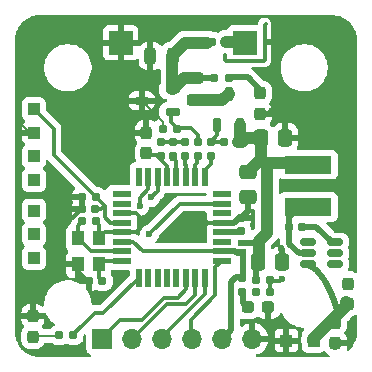
<source format=gbr>
%TF.GenerationSoftware,KiCad,Pcbnew,9.0.1*%
%TF.CreationDate,2025-04-30T15:21:50+05:30*%
%TF.ProjectId,APD_Safety_PCB,4150445f-5361-4666-9574-795f5043422e,rev?*%
%TF.SameCoordinates,Original*%
%TF.FileFunction,Copper,L1,Top*%
%TF.FilePolarity,Positive*%
%FSLAX46Y46*%
G04 Gerber Fmt 4.6, Leading zero omitted, Abs format (unit mm)*
G04 Created by KiCad (PCBNEW 9.0.1) date 2025-04-30 15:21:50*
%MOMM*%
%LPD*%
G01*
G04 APERTURE LIST*
G04 Aperture macros list*
%AMRoundRect*
0 Rectangle with rounded corners*
0 $1 Rounding radius*
0 $2 $3 $4 $5 $6 $7 $8 $9 X,Y pos of 4 corners*
0 Add a 4 corners polygon primitive as box body*
4,1,4,$2,$3,$4,$5,$6,$7,$8,$9,$2,$3,0*
0 Add four circle primitives for the rounded corners*
1,1,$1+$1,$2,$3*
1,1,$1+$1,$4,$5*
1,1,$1+$1,$6,$7*
1,1,$1+$1,$8,$9*
0 Add four rect primitives between the rounded corners*
20,1,$1+$1,$2,$3,$4,$5,0*
20,1,$1+$1,$4,$5,$6,$7,0*
20,1,$1+$1,$6,$7,$8,$9,0*
20,1,$1+$1,$8,$9,$2,$3,0*%
G04 Aperture macros list end*
%ADD10C,0.500000*%
%TA.AperFunction,SMDPad,CuDef*%
%ADD11R,4.000000X1.500000*%
%TD*%
%TA.AperFunction,SMDPad,CuDef*%
%ADD12RoundRect,0.155000X0.212500X0.155000X-0.212500X0.155000X-0.212500X-0.155000X0.212500X-0.155000X0*%
%TD*%
%TA.AperFunction,SMDPad,CuDef*%
%ADD13R,1.600000X0.550000*%
%TD*%
%TA.AperFunction,SMDPad,CuDef*%
%ADD14R,0.550000X1.600000*%
%TD*%
%TA.AperFunction,SMDPad,CuDef*%
%ADD15RoundRect,0.155000X0.155000X-0.212500X0.155000X0.212500X-0.155000X0.212500X-0.155000X-0.212500X0*%
%TD*%
%TA.AperFunction,SMDPad,CuDef*%
%ADD16R,1.000000X1.000000*%
%TD*%
%TA.AperFunction,SMDPad,CuDef*%
%ADD17RoundRect,0.237500X-0.237500X0.300000X-0.237500X-0.300000X0.237500X-0.300000X0.237500X0.300000X0*%
%TD*%
%TA.AperFunction,SMDPad,CuDef*%
%ADD18RoundRect,0.237500X0.237500X-0.300000X0.237500X0.300000X-0.237500X0.300000X-0.237500X-0.300000X0*%
%TD*%
%TA.AperFunction,SMDPad,CuDef*%
%ADD19RoundRect,0.250000X0.337500X0.475000X-0.337500X0.475000X-0.337500X-0.475000X0.337500X-0.475000X0*%
%TD*%
%TA.AperFunction,SMDPad,CuDef*%
%ADD20RoundRect,0.150000X-0.512500X-0.150000X0.512500X-0.150000X0.512500X0.150000X-0.512500X0.150000X0*%
%TD*%
%TA.AperFunction,SMDPad,CuDef*%
%ADD21RoundRect,0.243750X0.243750X0.456250X-0.243750X0.456250X-0.243750X-0.456250X0.243750X-0.456250X0*%
%TD*%
%TA.AperFunction,SMDPad,CuDef*%
%ADD22RoundRect,0.237500X-0.237500X0.287500X-0.237500X-0.287500X0.237500X-0.287500X0.237500X0.287500X0*%
%TD*%
%TA.AperFunction,SMDPad,CuDef*%
%ADD23RoundRect,0.162500X0.162500X-0.447500X0.162500X0.447500X-0.162500X0.447500X-0.162500X-0.447500X0*%
%TD*%
%TA.AperFunction,SMDPad,CuDef*%
%ADD24RoundRect,0.155000X-0.212500X-0.155000X0.212500X-0.155000X0.212500X0.155000X-0.212500X0.155000X0*%
%TD*%
%TA.AperFunction,SMDPad,CuDef*%
%ADD25RoundRect,0.250000X-0.337500X-0.475000X0.337500X-0.475000X0.337500X0.475000X-0.337500X0.475000X0*%
%TD*%
%TA.AperFunction,SMDPad,CuDef*%
%ADD26RoundRect,0.160000X-0.160000X0.197500X-0.160000X-0.197500X0.160000X-0.197500X0.160000X0.197500X0*%
%TD*%
%TA.AperFunction,SMDPad,CuDef*%
%ADD27RoundRect,0.243750X-0.456250X0.243750X-0.456250X-0.243750X0.456250X-0.243750X0.456250X0.243750X0*%
%TD*%
%TA.AperFunction,SMDPad,CuDef*%
%ADD28RoundRect,0.160000X-0.197500X-0.160000X0.197500X-0.160000X0.197500X0.160000X-0.197500X0.160000X0*%
%TD*%
%TA.AperFunction,SMDPad,CuDef*%
%ADD29RoundRect,0.160000X0.197500X0.160000X-0.197500X0.160000X-0.197500X-0.160000X0.197500X-0.160000X0*%
%TD*%
%TA.AperFunction,SMDPad,CuDef*%
%ADD30R,2.000000X2.000000*%
%TD*%
%TA.AperFunction,SMDPad,CuDef*%
%ADD31R,0.100000X0.465000*%
%TD*%
%TA.AperFunction,SMDPad,CuDef*%
%ADD32R,3.470000X0.100000*%
%TD*%
%TA.AperFunction,SMDPad,CuDef*%
%ADD33R,0.120000X3.160000*%
%TD*%
%TA.AperFunction,SMDPad,CuDef*%
%ADD34RoundRect,0.237500X0.287500X0.237500X-0.287500X0.237500X-0.287500X-0.237500X0.287500X-0.237500X0*%
%TD*%
%TA.AperFunction,SMDPad,CuDef*%
%ADD35RoundRect,0.162500X0.447500X0.162500X-0.447500X0.162500X-0.447500X-0.162500X0.447500X-0.162500X0*%
%TD*%
%TA.AperFunction,SMDPad,CuDef*%
%ADD36RoundRect,0.237500X0.237500X-0.287500X0.237500X0.287500X-0.237500X0.287500X-0.237500X-0.287500X0*%
%TD*%
%TA.AperFunction,SMDPad,CuDef*%
%ADD37R,1.000000X1.300000*%
%TD*%
%TA.AperFunction,ComponentPad*%
%ADD38R,1.700000X1.700000*%
%TD*%
%TA.AperFunction,ComponentPad*%
%ADD39O,1.700000X1.700000*%
%TD*%
%TA.AperFunction,SMDPad,CuDef*%
%ADD40RoundRect,0.078125X0.296875X-0.171875X0.296875X0.171875X-0.296875X0.171875X-0.296875X-0.171875X0*%
%TD*%
%TA.AperFunction,SMDPad,CuDef*%
%ADD41RoundRect,0.250000X-0.475000X0.337500X-0.475000X-0.337500X0.475000X-0.337500X0.475000X0.337500X0*%
%TD*%
%TA.AperFunction,ViaPad*%
%ADD42C,0.600000*%
%TD*%
%TA.AperFunction,Conductor*%
%ADD43C,0.500000*%
%TD*%
%TA.AperFunction,Conductor*%
%ADD44C,0.300000*%
%TD*%
%TA.AperFunction,Conductor*%
%ADD45C,1.000000*%
%TD*%
%TA.AperFunction,Conductor*%
%ADD46C,0.200000*%
%TD*%
G04 APERTURE END LIST*
D10*
X125045000Y-121650000D02*
X125054539Y-121650570D01*
X125064079Y-121651220D01*
X125073622Y-121651950D01*
X125083168Y-121652761D01*
X125092716Y-121653652D01*
X125102268Y-121654624D01*
X125111823Y-121655676D01*
X125121381Y-121656810D01*
X125130944Y-121658024D01*
X125140511Y-121659319D01*
X125150082Y-121660696D01*
X125159659Y-121662154D01*
X125169241Y-121663693D01*
X125178828Y-121665315D01*
X125188421Y-121667018D01*
X125198020Y-121668804D01*
X125207626Y-121670673D01*
X125217238Y-121672624D01*
X125226857Y-121674658D01*
X125236484Y-121676775D01*
X125246118Y-121678976D01*
X125255759Y-121681260D01*
X125265409Y-121683629D01*
X125275067Y-121686082D01*
X125284734Y-121688619D01*
X125294410Y-121691242D01*
X125304095Y-121693950D01*
X125313789Y-121696743D01*
X125323493Y-121699623D01*
X125333207Y-121702589D01*
X125342931Y-121705641D01*
X125352666Y-121708781D01*
X125362411Y-121712008D01*
X125372168Y-121715323D01*
X125381936Y-121718726D01*
X125391715Y-121722218D01*
X125401506Y-121725799D01*
X125411309Y-121729469D01*
X125421124Y-121733230D01*
X125430951Y-121737080D01*
X125440791Y-121741022D01*
X125450645Y-121745055D01*
X125460511Y-121749180D01*
X125470391Y-121753397D01*
X125480284Y-121757706D01*
X125490191Y-121762109D01*
X125500113Y-121766606D01*
X125510048Y-121771197D01*
X125519998Y-121775882D01*
X125529963Y-121780663D01*
X125539942Y-121785540D01*
X125549937Y-121790513D01*
X125559947Y-121795583D01*
X125569972Y-121800751D01*
X125580014Y-121806016D01*
X125590071Y-121811380D01*
X125600144Y-121816844D01*
X125610233Y-121822407D01*
X125620339Y-121828070D01*
X125630461Y-121833834D01*
X125640600Y-121839700D01*
X125650756Y-121845668D01*
X125660930Y-121851739D01*
X125671120Y-121857914D01*
X125681328Y-121864192D01*
X125691554Y-121870575D01*
X125701797Y-121877064D01*
X125712058Y-121883658D01*
X125722337Y-121890359D01*
X125732635Y-121897167D01*
X125742950Y-121904084D01*
X125753285Y-121911108D01*
X125763637Y-121918243D01*
X125774009Y-121925487D01*
X125784399Y-121932842D01*
X125794809Y-121940308D01*
X125805237Y-121947886D01*
X125815685Y-121955578D01*
X125826152Y-121963382D01*
X125836638Y-121971301D01*
X125847144Y-121979335D01*
X125857669Y-121987484D01*
X125868215Y-121995750D01*
X125878780Y-122004133D01*
X125889365Y-122012634D01*
X125899969Y-122021253D01*
X125910594Y-122029991D01*
X125921239Y-122038850D01*
X125931905Y-122047830D01*
X125942590Y-122056931D01*
X125953296Y-122066154D01*
X125964022Y-122075500D01*
X125974769Y-122084971D01*
X125985536Y-122094566D01*
X125996324Y-122104286D01*
X126007132Y-122114132D01*
X126017961Y-122124106D01*
X126028810Y-122134207D01*
X126039680Y-122144436D01*
X126050571Y-122154795D01*
X126061483Y-122165284D01*
X126072415Y-122175903D01*
X126083368Y-122186654D01*
X126094342Y-122197538D01*
X126105337Y-122208554D01*
X126116352Y-122219705D01*
X126127388Y-122230991D01*
X126138445Y-122242411D01*
X126149523Y-122253969D01*
X126160621Y-122265663D01*
X126171740Y-122277495D01*
X126182880Y-122289466D01*
X126194040Y-122301577D01*
X126205221Y-122313827D01*
X126216422Y-122326219D01*
X126227644Y-122338752D01*
X126238886Y-122351429D01*
X126250149Y-122364248D01*
X126261432Y-122377212D01*
X126272735Y-122390321D01*
X126284058Y-122403575D01*
X126295401Y-122416976D01*
X126306765Y-122430524D01*
X126318148Y-122444220D01*
X126329551Y-122458065D01*
X126340974Y-122472060D01*
X126352416Y-122486205D01*
X126363877Y-122500501D01*
X126375358Y-122514949D01*
X126386858Y-122529549D01*
X126398378Y-122544303D01*
X126409916Y-122559211D01*
X126421473Y-122574274D01*
X126433048Y-122589492D01*
X126444642Y-122604866D01*
X126456254Y-122620397D01*
X126467885Y-122636086D01*
X126479533Y-122651933D01*
X126491199Y-122667940D01*
X126502882Y-122684105D01*
X126514583Y-122700432D01*
X126526301Y-122716919D01*
X126538036Y-122733568D01*
X126549787Y-122750379D01*
X126561555Y-122767353D01*
X126573339Y-122784490D01*
X126585139Y-122801792D01*
X126596955Y-122819258D01*
X126608786Y-122836890D01*
X126620632Y-122854687D01*
X126632493Y-122872651D01*
X126644369Y-122890781D01*
X126656258Y-122909080D01*
X126668162Y-122927546D01*
X126680079Y-122946180D01*
X126692009Y-122964983D01*
X126703953Y-122983956D01*
X126715908Y-123003098D01*
X126727876Y-123022411D01*
X126739856Y-123041894D01*
X126751847Y-123061548D01*
X126763849Y-123081373D01*
X126775861Y-123101369D01*
X126787884Y-123121538D01*
X126799916Y-123141878D01*
X126811957Y-123162391D01*
X126824007Y-123183076D01*
X126836065Y-123203934D01*
X126848131Y-123224965D01*
X126860204Y-123246168D01*
X126872284Y-123267545D01*
X126884370Y-123289095D01*
X126896462Y-123310817D01*
X126908558Y-123332713D01*
X126920659Y-123354782D01*
X126932764Y-123377023D01*
X126944871Y-123399437D01*
X126956982Y-123422024D01*
X126969094Y-123444782D01*
X126981207Y-123467713D01*
X126993320Y-123490815D01*
X127005434Y-123514088D01*
X127017546Y-123537532D01*
X127029656Y-123561146D01*
X127041763Y-123584929D01*
X127053868Y-123608882D01*
X127065967Y-123633002D01*
X127078062Y-123657290D01*
X127090150Y-123681745D01*
X127102232Y-123706365D01*
X127114305Y-123731150D01*
X127126369Y-123756099D01*
X127138424Y-123781210D01*
X127150467Y-123806482D01*
X127162498Y-123831914D01*
X127174516Y-123857504D01*
X127186519Y-123883251D01*
X127198507Y-123909153D01*
X127210478Y-123935208D01*
X127222431Y-123961416D01*
X127234365Y-123987772D01*
X127246278Y-124014276D01*
X127258169Y-124040925D01*
X127270036Y-124067718D01*
X127281879Y-124094650D01*
X127293695Y-124121720D01*
X127305483Y-124148924D01*
X127317241Y-124176261D01*
X127328968Y-124203726D01*
X127340662Y-124231317D01*
X127352321Y-124259029D01*
X127363943Y-124286859D01*
X127375526Y-124314803D01*
X127387070Y-124342858D01*
X127398570Y-124371018D01*
X127410026Y-124399279D01*
X127421435Y-124427636D01*
X127432795Y-124456085D01*
X127444104Y-124484619D01*
X127455358Y-124513233D01*
X127466557Y-124541922D01*
X127477697Y-124570679D01*
X127488775Y-124599497D01*
X127499789Y-124628370D01*
X127510736Y-124657291D01*
X127521614Y-124686251D01*
X127532418Y-124715243D01*
X127543146Y-124744259D01*
X127553795Y-124773290D01*
X127564362Y-124802326D01*
X127574843Y-124831359D01*
X127585234Y-124860377D01*
X127595532Y-124889371D01*
X127605733Y-124918329D01*
X127615833Y-124947241D01*
X127625829Y-124976093D01*
X127635716Y-125004873D01*
X127645489Y-125033568D01*
X127655145Y-125062164D01*
X127664679Y-125090648D01*
X127674087Y-125119003D01*
X127683363Y-125147215D01*
X127692504Y-125175267D01*
X127701503Y-125203142D01*
X127710357Y-125230823D01*
X127719059Y-125258293D01*
X127727606Y-125285531D01*
X127735991Y-125312520D01*
X127744209Y-125339239D01*
X127748257Y-125352503D01*
X127752255Y-125365668D01*
X127756215Y-125378778D01*
X127760123Y-125391786D01*
X127763992Y-125404732D01*
X127767809Y-125417572D01*
X127771584Y-125430342D01*
X127775306Y-125443004D01*
X127778985Y-125455587D01*
X127782611Y-125468060D01*
X127786190Y-125480445D01*
X127789716Y-125492717D01*
X127793194Y-125504892D01*
X127796618Y-125516953D01*
X127799991Y-125528907D01*
X127803311Y-125540745D01*
X127806577Y-125552467D01*
X127809790Y-125564070D01*
X127812948Y-125575549D01*
X127816052Y-125586906D01*
X127819099Y-125598131D01*
X127822091Y-125609232D01*
X127825025Y-125620191D01*
X127827904Y-125631024D01*
X127830723Y-125641707D01*
X127833488Y-125652262D01*
X127836190Y-125662659D01*
X127838838Y-125672926D01*
X127841423Y-125683026D01*
X127843954Y-125692995D01*
X127846419Y-125702789D01*
X127848831Y-125712452D01*
X127851177Y-125721932D01*
X127853469Y-125731280D01*
X127855695Y-125740438D01*
X127857867Y-125749463D01*
X127859972Y-125758291D01*
X127862024Y-125766987D01*
X127864009Y-125775480D01*
X127865941Y-125783841D01*
X127867806Y-125791993D01*
X127869619Y-125800014D01*
X127871364Y-125807822D01*
X127873059Y-125815498D01*
X127874686Y-125822959D01*
X127876264Y-125830289D01*
X127877774Y-125837401D01*
X127879237Y-125844383D01*
X127880633Y-125851145D01*
X127881982Y-125857780D01*
X127883266Y-125864193D01*
X127884504Y-125870480D01*
X127885678Y-125876546D01*
X127886808Y-125882489D01*
X127887876Y-125888212D01*
X127888901Y-125893814D01*
X127889865Y-125899197D01*
X127890788Y-125904463D01*
X127891652Y-125909512D01*
X127892477Y-125914447D01*
X127893246Y-125919170D01*
X127893976Y-125923782D01*
X127894654Y-125928186D01*
X127895294Y-125932483D01*
X127895884Y-125936576D01*
X127896438Y-125940566D01*
X127896945Y-125944359D01*
X127897418Y-125948053D01*
X127897847Y-125951556D01*
X127898244Y-125954964D01*
X127898599Y-125958187D01*
X127898923Y-125961320D01*
X127899210Y-125964277D01*
X127899467Y-125967147D01*
X127899690Y-125969849D01*
X127899885Y-125972469D01*
X127900048Y-125974928D01*
X127900186Y-125977310D01*
X127900295Y-125979539D01*
X127900380Y-125981696D01*
X127900439Y-125983709D01*
X127900476Y-125985653D01*
X127900490Y-125987463D01*
X127900484Y-125989208D01*
X127900457Y-125990828D01*
X127900412Y-125992387D01*
X127900350Y-125993829D01*
X127900270Y-125995215D01*
X127900176Y-125996492D01*
X127900065Y-125997718D01*
X127899944Y-125998844D01*
X127899807Y-125999921D01*
X127899661Y-126000907D01*
X127899502Y-126001849D01*
X127899336Y-126002708D01*
X127899157Y-126003525D01*
X127898974Y-126004268D01*
X127898779Y-126004973D01*
X127898583Y-126005610D01*
X127898375Y-126006213D01*
X127898167Y-126006756D01*
X127897949Y-126007268D01*
X127897732Y-126007726D01*
X127897506Y-126008155D01*
X127897282Y-126008539D01*
X127897049Y-126008895D01*
X127896819Y-126009212D01*
X127896581Y-126009504D01*
X127896346Y-126009762D01*
X127896103Y-126009997D01*
X127895863Y-126010202D01*
X127895615Y-126010386D01*
X127895369Y-126010545D01*
X127895116Y-126010684D01*
X127894862Y-126010800D01*
X127894602Y-126010897D01*
X127894339Y-126010974D01*
X127894069Y-126011032D01*
X127893512Y-126011090D01*
X127892925Y-126011070D01*
X127892301Y-126010967D01*
X127891632Y-126010775D01*
X127890913Y-126010483D01*
X127890137Y-126010080D01*
X127890000Y-126010000D01*
D11*
%TO.P,L1,1,1*%
%TO.N,Net-(U1-SW)*%
X125355000Y-116795000D03*
%TO.P,L1,2,2*%
%TO.N,5V*%
X125355000Y-113195000D03*
%TD*%
D12*
%TO.P,C5,1*%
%TO.N,VCC*%
X107327500Y-116950000D03*
%TO.P,C5,2*%
%TO.N,GND*%
X106192500Y-116950000D03*
%TD*%
D13*
%TO.P,U2,1,PD3*%
%TO.N,unconnected-(U2-PD3-Pad1)*%
X109540000Y-115710000D03*
%TO.P,U2,2,PD4*%
%TO.N,unconnected-(U2-PD4-Pad2)*%
X109540000Y-116510000D03*
%TO.P,U2,3,GND*%
%TO.N,GND*%
X109540000Y-117310000D03*
%TO.P,U2,4,VCC*%
%TO.N,VCC*%
X109540000Y-118110000D03*
%TO.P,U2,5,GND*%
%TO.N,GND*%
X109540000Y-118910000D03*
%TO.P,U2,6,VCC*%
%TO.N,VCC*%
X109540000Y-119710000D03*
%TO.P,U2,7,XTAL1/PB6*%
%TO.N,Net-(U2-XTAL1{slash}PB6)*%
X109540000Y-120510000D03*
%TO.P,U2,8,XTAL2/PB7*%
%TO.N,Net-(U2-XTAL2{slash}PB7)*%
X109540000Y-121310000D03*
D14*
%TO.P,U2,9,PD5*%
%TO.N,LED*%
X110990000Y-122760000D03*
%TO.P,U2,10,PD6*%
%TO.N,unconnected-(U2-PD6-Pad10)*%
X111790000Y-122760000D03*
%TO.P,U2,11,PD7*%
%TO.N,unconnected-(U2-PD7-Pad11)*%
X112590000Y-122760000D03*
%TO.P,U2,12,PB0*%
%TO.N,unconnected-(U2-PB0-Pad12)*%
X113390000Y-122760000D03*
%TO.P,U2,13,PB1*%
%TO.N,unconnected-(U2-PB1-Pad13)*%
X114190000Y-122760000D03*
%TO.P,U2,14,PB2*%
%TO.N,RESET*%
X114990000Y-122760000D03*
%TO.P,U2,15,PB3*%
%TO.N,MOSI*%
X115790000Y-122760000D03*
%TO.P,U2,16,PB4*%
%TO.N,MISO*%
X116590000Y-122760000D03*
D13*
%TO.P,U2,17,PB5*%
%TO.N,SCK*%
X118040000Y-121310000D03*
%TO.P,U2,18,AVCC*%
%TO.N,VCC*%
X118040000Y-120510000D03*
%TO.P,U2,19,ADC6*%
%TO.N,unconnected-(U2-ADC6-Pad19)*%
X118040000Y-119710000D03*
%TO.P,U2,20,AREF*%
%TO.N,/AREF1*%
X118040000Y-118910000D03*
%TO.P,U2,21,GND*%
%TO.N,GND*%
X118040000Y-118110000D03*
%TO.P,U2,22,ADC7*%
%TO.N,unconnected-(U2-ADC7-Pad22)*%
X118040000Y-117310000D03*
%TO.P,U2,23,PC0*%
%TO.N,A0*%
X118040000Y-116510000D03*
%TO.P,U2,24,PC1*%
%TO.N,unconnected-(U2-PC1-Pad24)*%
X118040000Y-115710000D03*
D14*
%TO.P,U2,25,PC2*%
%TO.N,FIRE*%
X116590000Y-114260000D03*
%TO.P,U2,26,PC3*%
%TO.N,ARM*%
X115790000Y-114260000D03*
%TO.P,U2,27,PC4*%
%TO.N,SDA*%
X114990000Y-114260000D03*
%TO.P,U2,28,PC5*%
%TO.N,SCL*%
X114190000Y-114260000D03*
%TO.P,U2,29,~{RESET}/PC6*%
%TO.N,/RST_1*%
X113390000Y-114260000D03*
%TO.P,U2,30,PD0*%
%TO.N,RX*%
X112590000Y-114260000D03*
%TO.P,U2,31,PD1*%
%TO.N,TX*%
X111790000Y-114260000D03*
%TO.P,U2,32,PD2*%
%TO.N,unconnected-(U2-PD2-Pad32)*%
X110990000Y-114260000D03*
%TD*%
D15*
%TO.P,C6,1*%
%TO.N,/AREF1*%
X119660000Y-118830000D03*
%TO.P,C6,2*%
%TO.N,GND*%
X119660000Y-117695000D03*
%TD*%
D16*
%TO.P,TP3,1,1*%
%TO.N,+VDC*%
X125800000Y-128100000D03*
%TD*%
%TO.P,TP4,1,1*%
%TO.N,GND*%
X123500000Y-128090000D03*
%TD*%
D17*
%TO.P,C3,1*%
%TO.N,+VDC*%
X127640000Y-126567500D03*
%TO.P,C3,2*%
%TO.N,GND*%
X127640000Y-128292500D03*
%TD*%
D18*
%TO.P,C10,1*%
%TO.N,/RST_1*%
X111640000Y-112202500D03*
%TO.P,C10,2*%
%TO.N,GND*%
X111640000Y-110477500D03*
%TD*%
D12*
%TO.P,C12,1*%
%TO.N,Net-(U2-XTAL2{slash}PB7)*%
X107917500Y-123070000D03*
%TO.P,C12,2*%
%TO.N,GND*%
X106782500Y-123070000D03*
%TD*%
%TO.P,C7,1*%
%TO.N,VCC*%
X107345000Y-115930000D03*
%TO.P,C7,2*%
%TO.N,GND*%
X106210000Y-115930000D03*
%TD*%
D19*
%TO.P,C1,1*%
%TO.N,GND*%
X123387500Y-110915000D03*
%TO.P,C1,2*%
%TO.N,5V*%
X121312500Y-110915000D03*
%TD*%
D20*
%TO.P,U1,1,GND*%
%TO.N,GND*%
X125362500Y-119742500D03*
%TO.P,U1,2,SW*%
%TO.N,Net-(U1-SW)*%
X125362500Y-120692500D03*
%TO.P,U1,3,VIN*%
%TO.N,+VDC*%
X125362500Y-121642500D03*
%TO.P,U1,4,VFB*%
%TO.N,Net-(U1-VFB)*%
X127637500Y-121642500D03*
%TO.P,U1,5,EN*%
%TO.N,+VDC*%
X127637500Y-120692500D03*
%TO.P,U1,6,VBST*%
%TO.N,Net-(U1-VBST)*%
X127637500Y-119742500D03*
%TD*%
D21*
%TO.P,F1,1*%
%TO.N,Net-(Q1-S)*%
X113857500Y-103990000D03*
%TO.P,F1,2*%
%TO.N,GND*%
X111982500Y-103990000D03*
%TD*%
D22*
%TO.P,D4,1,K*%
%TO.N,GND*%
X102040000Y-125997500D03*
%TO.P,D4,2,A*%
%TO.N,Net-(D4-A)*%
X102040000Y-127747500D03*
%TD*%
D23*
%TO.P,Q2,1,D*%
%TO.N,Net-(Q2-D)*%
X118610000Y-107190000D03*
%TO.P,Q2,2,G*%
%TO.N,Net-(Q2-G)*%
X117660000Y-109810000D03*
%TO.P,Q2,3,S*%
%TO.N,5V*%
X119560000Y-109810000D03*
%TD*%
D24*
%TO.P,C11,1*%
%TO.N,Net-(U2-XTAL1{slash}PB6)*%
X106225000Y-117990000D03*
%TO.P,C11,2*%
%TO.N,GND*%
X107360000Y-117990000D03*
%TD*%
D16*
%TO.P,J1,1,Pin_1*%
%TO.N,VCC*%
X102130000Y-108490000D03*
%TO.P,J1,2,Pin_2*%
%TO.N,GND*%
X102130000Y-110490000D03*
%TO.P,J1,3,Pin_3*%
%TO.N,SDA*%
X102130000Y-112490000D03*
%TO.P,J1,4,Pin_4*%
%TO.N,SCL*%
X102130000Y-114490000D03*
%TD*%
D25*
%TO.P,C9,1*%
%TO.N,5V*%
X121072500Y-121420000D03*
%TO.P,C9,2*%
%TO.N,GND*%
X123147500Y-121420000D03*
%TD*%
D26*
%TO.P,R11,1*%
%TO.N,VCC*%
X119705000Y-122752500D03*
%TO.P,R11,2*%
%TO.N,Net-(D5-A)*%
X119705000Y-123947500D03*
%TD*%
D27*
%TO.P,F2,1*%
%TO.N,Net-(Q1-S)*%
X115790000Y-105842500D03*
%TO.P,F2,2*%
%TO.N,Net-(Q2-D)*%
X115790000Y-107717500D03*
%TD*%
D26*
%TO.P,R8,1*%
%TO.N,VCC*%
X112900000Y-111302500D03*
%TO.P,R8,2*%
%TO.N,/RST_1*%
X112900000Y-112497500D03*
%TD*%
D28*
%TO.P,R9,1*%
%TO.N,Net-(Q1-S)*%
X117410000Y-105820000D03*
%TO.P,R9,2*%
%TO.N,Net-(D1-A)*%
X118605000Y-105820000D03*
%TD*%
D26*
%TO.P,R4,1*%
%TO.N,Net-(Q2-G)*%
X117090000Y-111292500D03*
%TO.P,R4,2*%
%TO.N,FIRE*%
X117090000Y-112487500D03*
%TD*%
D29*
%TO.P,R10,1*%
%TO.N,LED*%
X105457500Y-127620000D03*
%TO.P,R10,2*%
%TO.N,Net-(D4-A)*%
X104262500Y-127620000D03*
%TD*%
D30*
%TO.P,J4,1,Pin_1*%
%TO.N,Net-(J4-Pin_1)*%
X119970000Y-102860000D03*
%TO.P,J4,2,Pin_2*%
%TO.N,GND*%
X109470000Y-102860000D03*
D31*
X118280000Y-104187500D03*
D32*
X119965000Y-104370000D03*
D33*
X121640000Y-102840000D03*
%TD*%
D34*
%TO.P,D5,1,K*%
%TO.N,GND*%
X121955000Y-125280000D03*
%TO.P,D5,2,A*%
%TO.N,Net-(D5-A)*%
X120205000Y-125280000D03*
%TD*%
D28*
%TO.P,R2,1*%
%TO.N,GND*%
X113032500Y-110150000D03*
%TO.P,R2,2*%
%TO.N,Net-(Q1-G)*%
X114227500Y-110150000D03*
%TD*%
D16*
%TO.P,J2,1,Pin_1*%
%TO.N,RX*%
X102120000Y-117085000D03*
%TO.P,J2,2,Pin_2*%
%TO.N,TX*%
X102120000Y-119085000D03*
%TO.P,J2,3,Pin_3*%
%TO.N,A0*%
X102120000Y-121085000D03*
%TD*%
D35*
%TO.P,Q1,1,D*%
%TO.N,GND*%
X111235000Y-107775000D03*
%TO.P,Q1,2,G*%
%TO.N,Net-(Q1-G)*%
X113855000Y-108725000D03*
%TO.P,Q1,3,S*%
%TO.N,Net-(Q1-S)*%
X113855000Y-106825000D03*
%TD*%
D26*
%TO.P,R12,1*%
%TO.N,VCC*%
X114930000Y-111292500D03*
%TO.P,R12,2*%
%TO.N,SDA*%
X114930000Y-112487500D03*
%TD*%
%TO.P,R5,1*%
%TO.N,Net-(Q1-G)*%
X116000000Y-111302500D03*
%TO.P,R5,2*%
%TO.N,ARM*%
X116000000Y-112497500D03*
%TD*%
%TO.P,R13,1*%
%TO.N,VCC*%
X113920000Y-111302500D03*
%TO.P,R13,2*%
%TO.N,SCL*%
X113920000Y-112497500D03*
%TD*%
D36*
%TO.P,D1,1,K*%
%TO.N,GND*%
X121295000Y-108902500D03*
%TO.P,D1,2,A*%
%TO.N,Net-(D1-A)*%
X121295000Y-107152500D03*
%TD*%
D37*
%TO.P,Y1,1,1*%
%TO.N,Net-(U2-XTAL2{slash}PB7)*%
X107650000Y-121640000D03*
%TO.P,Y1,2,2*%
%TO.N,GND*%
X107650000Y-119440000D03*
%TO.P,Y1,3,3*%
%TO.N,Net-(U2-XTAL1{slash}PB6)*%
X105850000Y-119440000D03*
%TO.P,Y1,4,4*%
%TO.N,GND*%
X105850000Y-121640000D03*
%TD*%
D24*
%TO.P,C4,1*%
%TO.N,Net-(U1-SW)*%
X123702500Y-118455000D03*
%TO.P,C4,2*%
%TO.N,Net-(U1-VBST)*%
X124837500Y-118455000D03*
%TD*%
D28*
%TO.P,R3,1*%
%TO.N,Net-(Q2-G)*%
X118192500Y-111290000D03*
%TO.P,R3,2*%
%TO.N,5V*%
X119387500Y-111290000D03*
%TD*%
D38*
%TO.P,J3,1,Pin_1*%
%TO.N,RESET*%
X107920000Y-127950000D03*
D39*
%TO.P,J3,2,Pin_2*%
%TO.N,MOSI*%
X110460000Y-127950000D03*
%TO.P,J3,3,Pin_3*%
%TO.N,MISO*%
X113000000Y-127950000D03*
%TO.P,J3,4,Pin_4*%
%TO.N,SCK*%
X115540000Y-127950000D03*
%TO.P,J3,5,Pin_5*%
%TO.N,VCC*%
X118080000Y-127950000D03*
%TO.P,J3,6,Pin_6*%
%TO.N,GND*%
X120620000Y-127950000D03*
%TD*%
D29*
%TO.P,R1,1*%
%TO.N,Net-(J4-Pin_1)*%
X118407500Y-102790000D03*
%TO.P,R1,2*%
%TO.N,Net-(Q1-S)*%
X117212500Y-102790000D03*
%TD*%
D18*
%TO.P,C2,1*%
%TO.N,+VDC*%
X128700000Y-124992500D03*
%TO.P,C2,2*%
%TO.N,GND*%
X128700000Y-123267500D03*
%TD*%
D28*
%TO.P,R6,1*%
%TO.N,5V*%
X120882500Y-122930000D03*
%TO.P,R6,2*%
%TO.N,Net-(U1-VFB)*%
X122077500Y-122930000D03*
%TD*%
D40*
%TO.P,JP1,1,A*%
%TO.N,VCC*%
X119770000Y-120590000D03*
%TO.P,JP1,2,B*%
%TO.N,5V*%
X119770000Y-119840000D03*
%TD*%
D29*
%TO.P,R7,1*%
%TO.N,Net-(U1-VFB)*%
X122087500Y-123970000D03*
%TO.P,R7,2*%
%TO.N,GND*%
X120892500Y-123970000D03*
%TD*%
D41*
%TO.P,C8,1*%
%TO.N,5V*%
X120220000Y-113827500D03*
%TO.P,C8,2*%
%TO.N,GND*%
X120220000Y-115902500D03*
%TD*%
D42*
%TO.N,GND*%
X106587500Y-106810000D03*
X109325000Y-106810000D03*
X106595000Y-108715000D03*
X107485000Y-107765000D03*
X108412500Y-106810000D03*
X108420000Y-108715000D03*
X122275000Y-108690000D03*
X123045000Y-120265000D03*
X125362500Y-119742500D03*
X116690000Y-118110000D03*
X107360000Y-117990000D03*
X122010000Y-125310000D03*
X120830000Y-123950000D03*
X104950000Y-117720000D03*
X100940000Y-107065000D03*
X123600000Y-128090000D03*
X102200000Y-110490000D03*
X122010000Y-102790000D03*
X109650000Y-102780000D03*
X128730000Y-123250000D03*
X127630000Y-128350000D03*
X102040000Y-125997500D03*
%TO.N,+VDC*%
X127337500Y-120707500D03*
X125062500Y-121657500D03*
%TO.N,A0*%
X111900000Y-119060000D03*
X102220000Y-120900000D03*
%TO.N,Net-(U1-VFB)*%
X127337500Y-121657500D03*
X123159815Y-122840185D03*
%TO.N,SCL*%
X113920000Y-112657500D03*
X101970000Y-114540000D03*
%TO.N,RX*%
X112022120Y-115972120D03*
X102130000Y-117020000D03*
%TO.N,TX*%
X111081981Y-116724348D03*
X102145000Y-118935000D03*
%TO.N,SDA*%
X114930000Y-112487500D03*
X102250000Y-112410000D03*
%TO.N,VCC*%
X119770000Y-120590000D03*
X112900000Y-111302500D03*
X109540000Y-118110000D03*
%TD*%
D43*
%TO.N,GND*%
X122062500Y-108902500D02*
X122275000Y-108690000D01*
X121295000Y-108902500D02*
X122062500Y-108902500D01*
D44*
%TO.N,RX*%
X112590000Y-115404240D02*
X112590000Y-114260000D01*
X112022120Y-115972120D02*
X112590000Y-115404240D01*
%TO.N,TX*%
X111790000Y-115285000D02*
X111790000Y-114260000D01*
X111081981Y-116724348D02*
X111081981Y-115993019D01*
X111081981Y-115993019D02*
X111790000Y-115285000D01*
%TO.N,GND*%
X105813500Y-117329000D02*
X106192500Y-116950000D01*
X105422500Y-117720000D02*
X105506500Y-117636000D01*
X104950000Y-117720000D02*
X105422500Y-117720000D01*
X105798612Y-117329000D02*
X105813500Y-117329000D01*
X105506500Y-117636000D02*
X105506500Y-117621112D01*
X105506500Y-117621112D02*
X105798612Y-117329000D01*
D43*
X123147500Y-120367500D02*
X123045000Y-120265000D01*
X123147500Y-121420000D02*
X123147500Y-120367500D01*
X123110000Y-121420000D02*
X122970000Y-121280000D01*
X123147500Y-121420000D02*
X123110000Y-121420000D01*
X120220000Y-117135000D02*
X119660000Y-117695000D01*
X120220000Y-115902500D02*
X120220000Y-117135000D01*
%TO.N,5V*%
X120980000Y-119840000D02*
X119770000Y-119840000D01*
X121170000Y-119650000D02*
X120980000Y-119840000D01*
X121170000Y-120030000D02*
X121170000Y-120660000D01*
D45*
X121870000Y-118950000D02*
X121870000Y-113292500D01*
X121170000Y-120660000D02*
X121170000Y-119650000D01*
X121870000Y-113292500D02*
X121622500Y-113045000D01*
X121170000Y-119650000D02*
X121870000Y-118950000D01*
D43*
%TO.N,Net-(U1-SW)*%
X124532500Y-120707500D02*
X123702500Y-119877500D01*
X123702500Y-119877500D02*
X123702500Y-118455000D01*
X125062500Y-120707500D02*
X124532500Y-120707500D01*
X124975000Y-120620000D02*
X125062500Y-120707500D01*
D44*
%TO.N,Net-(U1-VFB)*%
X122097500Y-123040000D02*
X122147500Y-123090000D01*
X122940000Y-123040000D02*
X122097500Y-123040000D01*
X123159815Y-122840185D02*
X123139815Y-122840185D01*
X122147500Y-123090000D02*
X122147500Y-124120000D01*
X123139815Y-122840185D02*
X122940000Y-123040000D01*
D43*
%TO.N,Net-(U1-VBST)*%
X126035000Y-118455000D02*
X124837500Y-118455000D01*
X127337500Y-119757500D02*
X126035000Y-118455000D01*
%TO.N,Net-(U1-SW)*%
X124690000Y-116645000D02*
X125240000Y-116645000D01*
X123702500Y-117632500D02*
X124690000Y-116645000D01*
X123702500Y-118455000D02*
X123702500Y-117632500D01*
D45*
%TO.N,5V*%
X121622500Y-113045000D02*
X125240000Y-113045000D01*
X121312500Y-112735000D02*
X121622500Y-113045000D01*
X121312500Y-112735000D02*
X120220000Y-113827500D01*
X121312500Y-110915000D02*
X121312500Y-112735000D01*
X120107500Y-110915000D02*
X119732500Y-111290000D01*
X119732500Y-111290000D02*
X119387500Y-111290000D01*
X121312500Y-110915000D02*
X120107500Y-110915000D01*
D44*
%TO.N,GND*%
X102130000Y-110490000D02*
X102200000Y-110490000D01*
D46*
X100940000Y-109660000D02*
X100940000Y-107065000D01*
X101770000Y-110490000D02*
X100940000Y-109660000D01*
D44*
X107650000Y-119440000D02*
X107650000Y-118280000D01*
X108180000Y-118910000D02*
X109540000Y-118910000D01*
X110800000Y-117310000D02*
X111140000Y-117650000D01*
D45*
X127640000Y-128340000D02*
X127630000Y-128350000D01*
D44*
X109540000Y-117310000D02*
X110800000Y-117310000D01*
D46*
X102200000Y-110490000D02*
X101770000Y-110490000D01*
D44*
X121670000Y-104300000D02*
X121570000Y-104400000D01*
X111140000Y-117650000D02*
X111140000Y-118660000D01*
X122260000Y-102810000D02*
X122390000Y-102680000D01*
D43*
X119080000Y-118110000D02*
X119495000Y-117695000D01*
D44*
X109540000Y-118910000D02*
X110890000Y-118910000D01*
D43*
X105850000Y-122370000D02*
X105850000Y-121640000D01*
D44*
X121980000Y-125280000D02*
X122010000Y-125310000D01*
D46*
X111967500Y-110150000D02*
X111640000Y-110477500D01*
X113032500Y-110150000D02*
X113032500Y-109592500D01*
D44*
X121570000Y-104400000D02*
X118380000Y-104400000D01*
D43*
X106550000Y-123070000D02*
X105850000Y-122370000D01*
X106782500Y-123070000D02*
X106550000Y-123070000D01*
D44*
X121860000Y-102810000D02*
X122260000Y-102810000D01*
X121670000Y-102780000D02*
X121670000Y-104300000D01*
X116690000Y-118110000D02*
X118040000Y-118110000D01*
D43*
X119495000Y-117695000D02*
X119660000Y-117695000D01*
D44*
X121830000Y-102780000D02*
X121860000Y-102810000D01*
X118380000Y-104400000D02*
X118290000Y-104310000D01*
D43*
X123640000Y-128050000D02*
X123870000Y-128050000D01*
X123600000Y-128090000D02*
X123640000Y-128050000D01*
D45*
X127640000Y-128292500D02*
X127640000Y-128340000D01*
D44*
X111140000Y-118660000D02*
X110890000Y-118910000D01*
X128712500Y-123267500D02*
X128730000Y-123250000D01*
D46*
X113032500Y-109592500D02*
X111240000Y-107800000D01*
D44*
X107650000Y-119440000D02*
X108180000Y-118910000D01*
X107650000Y-118280000D02*
X107360000Y-117990000D01*
X118290000Y-104310000D02*
X118290000Y-103880000D01*
X121955000Y-125280000D02*
X121980000Y-125280000D01*
X121760000Y-101290000D02*
X121670000Y-101380000D01*
X109650000Y-102780000D02*
X109700000Y-102730000D01*
X121670000Y-102780000D02*
X121830000Y-102780000D01*
D43*
X118040000Y-118110000D02*
X119080000Y-118110000D01*
D44*
X128700000Y-123267500D02*
X128712500Y-123267500D01*
X121670000Y-101380000D02*
X121670000Y-102780000D01*
X109700000Y-102730000D02*
X109810000Y-102730000D01*
D43*
%TO.N,5V*%
X121030000Y-121210000D02*
X121030000Y-120800000D01*
X121030000Y-120800000D02*
X121170000Y-120660000D01*
D45*
X119560000Y-111117500D02*
X119387500Y-111290000D01*
D43*
X121170000Y-120660000D02*
X120882500Y-120947500D01*
D45*
X119560000Y-109810000D02*
X119560000Y-111117500D01*
D43*
X120882500Y-120947500D02*
X120882500Y-122930000D01*
%TO.N,/AREF1*%
X119660000Y-118830000D02*
X119580000Y-118910000D01*
X119580000Y-118910000D02*
X118040000Y-118910000D01*
D44*
%TO.N,/RST_1*%
X112442500Y-112352500D02*
X111990000Y-112352500D01*
X113390000Y-114260000D02*
X113390000Y-113300000D01*
X113390000Y-113300000D02*
X112442500Y-112352500D01*
D45*
%TO.N,+VDC*%
X127125000Y-126567500D02*
X128700000Y-124992500D01*
X125750000Y-128100000D02*
X125750000Y-127940000D01*
D43*
X128700000Y-124992500D02*
X128700000Y-125102500D01*
X125062500Y-121657500D02*
X125177500Y-121657500D01*
D45*
X127122500Y-126567500D02*
X127640000Y-126567500D01*
D43*
X128700000Y-125102500D02*
X128580000Y-125222500D01*
X128520000Y-125172500D02*
X128700000Y-124992500D01*
D45*
X127640000Y-126567500D02*
X127125000Y-126567500D01*
X125750000Y-127940000D02*
X127122500Y-126567500D01*
X128700000Y-124992500D02*
X128540000Y-124832500D01*
D43*
X128366115Y-125172500D02*
X128520000Y-125172500D01*
%TO.N,Net-(D1-A)*%
X118605000Y-105820000D02*
X118615000Y-105810000D01*
X118615000Y-105810000D02*
X120230000Y-105810000D01*
X120230000Y-105810000D02*
X121190000Y-106770000D01*
X121190000Y-106770000D02*
X121190000Y-107112500D01*
D45*
%TO.N,Net-(Q1-S)*%
X113840000Y-106789999D02*
X113840000Y-104007500D01*
X113900001Y-106809999D02*
X113860000Y-106809999D01*
X114927500Y-102860000D02*
X116810000Y-102860000D01*
X113840000Y-104007500D02*
X113857500Y-103990000D01*
X115790000Y-105842500D02*
X114867500Y-105842500D01*
X113860000Y-106809999D02*
X113840000Y-106789999D01*
X113857500Y-103990000D02*
X113857500Y-103930000D01*
D43*
X117410000Y-105820000D02*
X115812500Y-105820000D01*
D45*
X113857500Y-103930000D02*
X114927500Y-102860000D01*
X114867500Y-105842500D02*
X113900001Y-106809999D01*
D43*
X113917500Y-103930000D02*
X113857500Y-103990000D01*
X115812500Y-105820000D02*
X115790000Y-105842500D01*
D44*
%TO.N,ARM*%
X115790000Y-113205000D02*
X115790000Y-114260000D01*
X115955000Y-112542500D02*
X115955000Y-113040000D01*
X115955000Y-113040000D02*
X115790000Y-113205000D01*
X116000000Y-112497500D02*
X115955000Y-112542500D01*
%TO.N,MISO*%
X116590000Y-122760000D02*
X116590000Y-124140000D01*
X116590000Y-122760000D02*
X116590000Y-123610000D01*
X116590000Y-124140000D02*
X113270000Y-127460000D01*
X113270000Y-127460000D02*
X113270000Y-128030000D01*
%TO.N,MOSI*%
X110730000Y-127650000D02*
X110730000Y-128030000D01*
X115790000Y-124220000D02*
X115040000Y-124970000D01*
X113410000Y-124970000D02*
X110730000Y-127650000D01*
X115040000Y-124970000D02*
X113410000Y-124970000D01*
X115790000Y-122760000D02*
X115790000Y-124220000D01*
%TO.N,LED*%
X108010000Y-125740000D02*
X110990000Y-122760000D01*
X106589025Y-126462806D02*
X107311831Y-125740000D01*
X107311831Y-125740000D02*
X108010000Y-125740000D01*
X106273269Y-126739231D02*
X106326588Y-126704396D01*
X105550000Y-127462500D02*
X106273269Y-126739231D01*
X106326588Y-126704396D02*
X106589025Y-126462806D01*
%TO.N,FIRE*%
X117090000Y-113160000D02*
X117090000Y-112487500D01*
X116590000Y-113660000D02*
X117090000Y-113160000D01*
X116590000Y-114260000D02*
X116590000Y-113660000D01*
%TO.N,RESET*%
X114990000Y-123760000D02*
X114280000Y-124470000D01*
X108190000Y-127570000D02*
X108190000Y-128030000D01*
X109400000Y-126360000D02*
X108190000Y-127570000D01*
X113160000Y-124470000D02*
X111270000Y-126360000D01*
X114990000Y-122760000D02*
X114990000Y-123760000D01*
X111270000Y-126360000D02*
X109400000Y-126360000D01*
X114280000Y-124470000D02*
X113160000Y-124470000D01*
%TO.N,SCK*%
X117480000Y-124250000D02*
X115380000Y-126350000D01*
X117480000Y-121870000D02*
X117480000Y-124250000D01*
X118040000Y-121310000D02*
X117480000Y-121870000D01*
X115380000Y-126350000D02*
X115380000Y-127600000D01*
X115380000Y-127600000D02*
X115810000Y-128030000D01*
%TO.N,A0*%
X111900000Y-119060000D02*
X114450000Y-116510000D01*
X114450000Y-116510000D02*
X118040000Y-116510000D01*
%TO.N,Net-(U2-XTAL1{slash}PB6)*%
X105850000Y-119440000D02*
X106930000Y-120520000D01*
X106930000Y-120520000D02*
X109530000Y-120520000D01*
X105850000Y-118365000D02*
X106225000Y-117990000D01*
X109530000Y-120520000D02*
X109540000Y-120510000D01*
X105850000Y-119440000D02*
X105850000Y-118365000D01*
%TO.N,Net-(U2-XTAL2{slash}PB7)*%
X107980000Y-121310000D02*
X107650000Y-121640000D01*
X107650000Y-122802500D02*
X107650000Y-121640000D01*
X109540000Y-121310000D02*
X107980000Y-121310000D01*
X107917500Y-123070000D02*
X107650000Y-122802500D01*
D46*
%TO.N,Net-(D4-A)*%
X104165000Y-127717500D02*
X102030000Y-127717500D01*
X104262500Y-127620000D02*
X104165000Y-127717500D01*
D43*
%TO.N,Net-(D5-A)*%
X119810000Y-124885000D02*
X120205000Y-125280000D01*
X119810000Y-123927500D02*
X119810000Y-124885000D01*
D45*
%TO.N,Net-(Q2-D)*%
X118082500Y-107717500D02*
X118610000Y-107190000D01*
X115790000Y-107717500D02*
X118082500Y-107717500D01*
D44*
%TO.N,Net-(Q2-G)*%
X117660000Y-110722500D02*
X117090000Y-111292500D01*
X118192500Y-111290000D02*
X117092500Y-111290000D01*
X117660000Y-109810000D02*
X117660000Y-110722500D01*
X117092500Y-111290000D02*
X117090000Y-111292500D01*
%TO.N,Net-(Q1-G)*%
X113860000Y-108750000D02*
X113720000Y-108890000D01*
X113720000Y-108890000D02*
X113720000Y-109560000D01*
X113860000Y-108927500D02*
X113860000Y-108750000D01*
X113720000Y-109560000D02*
X114230000Y-110070000D01*
X113747500Y-109040000D02*
X113860000Y-108927500D01*
X116000000Y-110670000D02*
X116000000Y-111302500D01*
X114230000Y-110070000D02*
X115400000Y-110070000D01*
X115400000Y-110070000D02*
X116000000Y-110670000D01*
%TO.N,SCL*%
X114190000Y-114260000D02*
X114190000Y-112927500D01*
X114190000Y-112927500D02*
X113920000Y-112657500D01*
%TO.N,SDA*%
X114990000Y-113260000D02*
X114990000Y-114260000D01*
X114930000Y-112487500D02*
X114930000Y-113200000D01*
X114930000Y-113200000D02*
X114990000Y-113260000D01*
X115090000Y-112647500D02*
X114930000Y-112487500D01*
%TO.N,VCC*%
X102130000Y-108490000D02*
X103800000Y-110160000D01*
X109540000Y-119710000D02*
X110515000Y-119710000D01*
D43*
X119770000Y-120590000D02*
X119710000Y-120650000D01*
X119810000Y-122732500D02*
X119257500Y-122732500D01*
X119710000Y-120650000D02*
X119290000Y-120650000D01*
D44*
X103800000Y-110160000D02*
X103800000Y-112350000D01*
X108120000Y-117665000D02*
X108120000Y-116670000D01*
X109540000Y-118110000D02*
X108565000Y-118110000D01*
D43*
X119810000Y-120630000D02*
X119770000Y-120590000D01*
D44*
X107840000Y-116950000D02*
X108120000Y-116670000D01*
X113920000Y-111302500D02*
X112900000Y-111302500D01*
D43*
X119290000Y-120650000D02*
X119180000Y-120540000D01*
D44*
X110515000Y-119710000D02*
X111315000Y-120510000D01*
X114930000Y-111292500D02*
X113930000Y-111292500D01*
D43*
X119257500Y-122732500D02*
X118840000Y-123150000D01*
D44*
X113930000Y-111292500D02*
X113920000Y-111302500D01*
X103800000Y-112350000D02*
X108120000Y-116670000D01*
D43*
X119810000Y-122732500D02*
X119810000Y-120630000D01*
D44*
X111315000Y-120510000D02*
X118040000Y-120510000D01*
X107327500Y-116950000D02*
X107840000Y-116950000D01*
X118070000Y-120540000D02*
X118040000Y-120510000D01*
D43*
X118840000Y-127190000D02*
X118080000Y-127950000D01*
D44*
X108565000Y-118110000D02*
X108120000Y-117665000D01*
D43*
X118840000Y-123150000D02*
X118840000Y-127190000D01*
X119180000Y-120540000D02*
X118070000Y-120540000D01*
D45*
%TO.N,Net-(J4-Pin_1)*%
X118407500Y-102790000D02*
X120140000Y-102790000D01*
X119990000Y-102810000D02*
X120000000Y-102800000D01*
%TD*%
%TA.AperFunction,Conductor*%
%TO.N,GND*%
G36*
X127206746Y-100510474D02*
G01*
X127209575Y-100511199D01*
X127272478Y-100510501D01*
X127273106Y-100510502D01*
X127279201Y-100510655D01*
X127535090Y-100523403D01*
X127550050Y-100525064D01*
X127798771Y-100568133D01*
X127813420Y-100571599D01*
X128055055Y-100644533D01*
X128069188Y-100649756D01*
X128300182Y-100751480D01*
X128313564Y-100758373D01*
X128530513Y-100887389D01*
X128542970Y-100895864D01*
X128742634Y-101050243D01*
X128753981Y-101060175D01*
X128933432Y-101237652D01*
X128943489Y-101248888D01*
X129100070Y-101446834D01*
X129108688Y-101459207D01*
X129240082Y-101674691D01*
X129247135Y-101688019D01*
X129351401Y-101917855D01*
X129356785Y-101931941D01*
X129432387Y-102172749D01*
X129436020Y-102187384D01*
X129481828Y-102435567D01*
X129483659Y-102450534D01*
X129489175Y-102541080D01*
X129499271Y-102706824D01*
X129499500Y-102714346D01*
X129499500Y-122225462D01*
X129479815Y-122292501D01*
X129427011Y-122338256D01*
X129357853Y-122348200D01*
X129310403Y-122331000D01*
X129251311Y-122294551D01*
X129251300Y-122294546D01*
X129087652Y-122240319D01*
X128986654Y-122230000D01*
X128863877Y-122230000D01*
X128796838Y-122210315D01*
X128751083Y-122157511D01*
X128741139Y-122088353D01*
X128750077Y-122056750D01*
X128751739Y-122052905D01*
X128751744Y-122052898D01*
X128797598Y-121895069D01*
X128800500Y-121858194D01*
X128800500Y-121426806D01*
X128797598Y-121389931D01*
X128792558Y-121372584D01*
X128763836Y-121273724D01*
X128751744Y-121232102D01*
X128750870Y-121230625D01*
X128750538Y-121229316D01*
X128748646Y-121224943D01*
X128749351Y-121224637D01*
X128733685Y-121162903D01*
X128749139Y-121110270D01*
X128748646Y-121110057D01*
X128750376Y-121106058D01*
X128750871Y-121104374D01*
X128751744Y-121102898D01*
X128785505Y-120986691D01*
X128797597Y-120945073D01*
X128797598Y-120945067D01*
X128800499Y-120908201D01*
X128800500Y-120908194D01*
X128800500Y-120476806D01*
X128797598Y-120439931D01*
X128768313Y-120339134D01*
X128751745Y-120282106D01*
X128751744Y-120282102D01*
X128750871Y-120280626D01*
X128750538Y-120279316D01*
X128748646Y-120274943D01*
X128749351Y-120274637D01*
X128733685Y-120212903D01*
X128749139Y-120160270D01*
X128748646Y-120160057D01*
X128750376Y-120156058D01*
X128750871Y-120154374D01*
X128751744Y-120152898D01*
X128797598Y-119995069D01*
X128800500Y-119958194D01*
X128800500Y-119526806D01*
X128797598Y-119489931D01*
X128779199Y-119426603D01*
X128751745Y-119332106D01*
X128751744Y-119332103D01*
X128751744Y-119332102D01*
X128668081Y-119190635D01*
X128668079Y-119190633D01*
X128668076Y-119190629D01*
X128551870Y-119074423D01*
X128551862Y-119074417D01*
X128473681Y-119028181D01*
X128410398Y-118990756D01*
X128410397Y-118990755D01*
X128410396Y-118990755D01*
X128410393Y-118990754D01*
X128252573Y-118944902D01*
X128252567Y-118944901D01*
X128215701Y-118942000D01*
X128215694Y-118942000D01*
X127634729Y-118942000D01*
X127567690Y-118922315D01*
X127547048Y-118905681D01*
X126898548Y-118257180D01*
X126865063Y-118195857D01*
X126870047Y-118126165D01*
X126911919Y-118070232D01*
X126977383Y-118045815D01*
X126986229Y-118045499D01*
X127402871Y-118045499D01*
X127402872Y-118045499D01*
X127462483Y-118039091D01*
X127597331Y-117988796D01*
X127712546Y-117902546D01*
X127798796Y-117787331D01*
X127849091Y-117652483D01*
X127855500Y-117592873D01*
X127855499Y-115997128D01*
X127849091Y-115937517D01*
X127847605Y-115933534D01*
X127798797Y-115802671D01*
X127798793Y-115802664D01*
X127712547Y-115687455D01*
X127712544Y-115687452D01*
X127597335Y-115601206D01*
X127597328Y-115601202D01*
X127462482Y-115550908D01*
X127462483Y-115550908D01*
X127402883Y-115544501D01*
X127402881Y-115544500D01*
X127402873Y-115544500D01*
X127402864Y-115544500D01*
X123307129Y-115544500D01*
X123307123Y-115544501D01*
X123247516Y-115550908D01*
X123112671Y-115601202D01*
X123112668Y-115601204D01*
X123068811Y-115634036D01*
X123003347Y-115658453D01*
X122935074Y-115643601D01*
X122885668Y-115594196D01*
X122870500Y-115534769D01*
X122870500Y-114455230D01*
X122890185Y-114388191D01*
X122942989Y-114342436D01*
X123012147Y-114332492D01*
X123068810Y-114355963D01*
X123111861Y-114388191D01*
X123112668Y-114388795D01*
X123112671Y-114388797D01*
X123247517Y-114439091D01*
X123247516Y-114439091D01*
X123254444Y-114439835D01*
X123307127Y-114445500D01*
X127402872Y-114445499D01*
X127462483Y-114439091D01*
X127597331Y-114388796D01*
X127712546Y-114302546D01*
X127798796Y-114187331D01*
X127849091Y-114052483D01*
X127855500Y-113992873D01*
X127855499Y-112397128D01*
X127849091Y-112337517D01*
X127846633Y-112330928D01*
X127798797Y-112202671D01*
X127798793Y-112202664D01*
X127712547Y-112087455D01*
X127712544Y-112087452D01*
X127597335Y-112001206D01*
X127597328Y-112001202D01*
X127462482Y-111950908D01*
X127462483Y-111950908D01*
X127402883Y-111944501D01*
X127402881Y-111944500D01*
X127402873Y-111944500D01*
X127402865Y-111944500D01*
X124486350Y-111944500D01*
X124419311Y-111924815D01*
X124373556Y-111872011D01*
X124363612Y-111802853D01*
X124380811Y-111755403D01*
X124409356Y-111709124D01*
X124409358Y-111709119D01*
X124464505Y-111542697D01*
X124464506Y-111542690D01*
X124474999Y-111439986D01*
X124475000Y-111439973D01*
X124475000Y-111165000D01*
X123511500Y-111165000D01*
X123444461Y-111145315D01*
X123398706Y-111092511D01*
X123387500Y-111041000D01*
X123387500Y-110915000D01*
X123261500Y-110915000D01*
X123194461Y-110895315D01*
X123148706Y-110842511D01*
X123137500Y-110791000D01*
X123137500Y-110665000D01*
X123637500Y-110665000D01*
X124474999Y-110665000D01*
X124474999Y-110390028D01*
X124474998Y-110390013D01*
X124464505Y-110287302D01*
X124409358Y-110120880D01*
X124409356Y-110120875D01*
X124317315Y-109971654D01*
X124193345Y-109847684D01*
X124044124Y-109755643D01*
X124044119Y-109755641D01*
X123877697Y-109700494D01*
X123877690Y-109700493D01*
X123774986Y-109690000D01*
X123637500Y-109690000D01*
X123637500Y-110665000D01*
X123137500Y-110665000D01*
X123137500Y-109690000D01*
X123000027Y-109690000D01*
X123000012Y-109690001D01*
X122897302Y-109700494D01*
X122730880Y-109755641D01*
X122730875Y-109755643D01*
X122581654Y-109847684D01*
X122457683Y-109971655D01*
X122457679Y-109971660D01*
X122455826Y-109974665D01*
X122454018Y-109976290D01*
X122453202Y-109977323D01*
X122453025Y-109977183D01*
X122403874Y-110021385D01*
X122334911Y-110032601D01*
X122270831Y-110004752D01*
X122261450Y-109996063D01*
X122251924Y-109986279D01*
X122242712Y-109971344D01*
X122118656Y-109847288D01*
X122113489Y-109844101D01*
X122104074Y-109834431D01*
X122091355Y-109810380D01*
X122075630Y-109788174D01*
X122075259Y-109779945D01*
X122071410Y-109772666D01*
X122073712Y-109745557D01*
X122072490Y-109718375D01*
X122076649Y-109710992D01*
X122077324Y-109703047D01*
X122091510Y-109684613D01*
X122105242Y-109660240D01*
X122114945Y-109650537D01*
X122205448Y-109503811D01*
X122205453Y-109503800D01*
X122259680Y-109340152D01*
X122269999Y-109239154D01*
X122270000Y-109239141D01*
X122270000Y-109152500D01*
X121419000Y-109152500D01*
X121351961Y-109132815D01*
X121306206Y-109080011D01*
X121295000Y-109028500D01*
X121295000Y-108776500D01*
X121314685Y-108709461D01*
X121367489Y-108663706D01*
X121419000Y-108652500D01*
X122269999Y-108652500D01*
X122269999Y-108565860D01*
X122269998Y-108565845D01*
X122259680Y-108464847D01*
X122205453Y-108301199D01*
X122205448Y-108301188D01*
X122114947Y-108154465D01*
X122114944Y-108154461D01*
X122076017Y-108115534D01*
X122042532Y-108054211D01*
X122047516Y-107984519D01*
X122076016Y-107940173D01*
X122115340Y-107900850D01*
X122205908Y-107754016D01*
X122260174Y-107590253D01*
X122270500Y-107489177D01*
X122270499Y-106815824D01*
X122268682Y-106798041D01*
X122260174Y-106714747D01*
X122242855Y-106662483D01*
X122205908Y-106550984D01*
X122115340Y-106404150D01*
X121993350Y-106282160D01*
X121846516Y-106191592D01*
X121682753Y-106137326D01*
X121682750Y-106137325D01*
X121655289Y-106134520D01*
X121590597Y-106108123D01*
X121580211Y-106098843D01*
X120708421Y-105227052D01*
X120708414Y-105227046D01*
X120634729Y-105177812D01*
X120588768Y-105147102D01*
X120543962Y-105093490D01*
X120535255Y-105024165D01*
X120565409Y-104961138D01*
X120624852Y-104924418D01*
X120657658Y-104920000D01*
X121747828Y-104920000D01*
X121747844Y-104919999D01*
X121807372Y-104913598D01*
X121807379Y-104913596D01*
X121927291Y-104868872D01*
X122999500Y-104868872D01*
X122999500Y-105131127D01*
X123012129Y-105227046D01*
X123033730Y-105391116D01*
X123055178Y-105471161D01*
X123101602Y-105644418D01*
X123101605Y-105644428D01*
X123201953Y-105886690D01*
X123201958Y-105886700D01*
X123333075Y-106113803D01*
X123492718Y-106321851D01*
X123492726Y-106321860D01*
X123678140Y-106507274D01*
X123678148Y-106507281D01*
X123886196Y-106666924D01*
X124113299Y-106798041D01*
X124113309Y-106798046D01*
X124355016Y-106898164D01*
X124355581Y-106898398D01*
X124608884Y-106966270D01*
X124868880Y-107000500D01*
X124868887Y-107000500D01*
X125131113Y-107000500D01*
X125131120Y-107000500D01*
X125391116Y-106966270D01*
X125644419Y-106898398D01*
X125821340Y-106825114D01*
X125886690Y-106798046D01*
X125886691Y-106798045D01*
X125886697Y-106798043D01*
X126113803Y-106666924D01*
X126321851Y-106507282D01*
X126321855Y-106507277D01*
X126321860Y-106507274D01*
X126507274Y-106321860D01*
X126507277Y-106321855D01*
X126507282Y-106321851D01*
X126666924Y-106113803D01*
X126798043Y-105886697D01*
X126898398Y-105644419D01*
X126966270Y-105391116D01*
X127000500Y-105131120D01*
X127000500Y-104868880D01*
X126966270Y-104608884D01*
X126898398Y-104355581D01*
X126876763Y-104303350D01*
X126798046Y-104113309D01*
X126798041Y-104113299D01*
X126666924Y-103886196D01*
X126507281Y-103678148D01*
X126507274Y-103678140D01*
X126321860Y-103492726D01*
X126321851Y-103492718D01*
X126113803Y-103333075D01*
X125886700Y-103201958D01*
X125886690Y-103201953D01*
X125644428Y-103101605D01*
X125644421Y-103101603D01*
X125644419Y-103101602D01*
X125391116Y-103033730D01*
X125333339Y-103026123D01*
X125131127Y-102999500D01*
X125131120Y-102999500D01*
X124868880Y-102999500D01*
X124868872Y-102999500D01*
X124637772Y-103029926D01*
X124608884Y-103033730D01*
X124360548Y-103100271D01*
X124355581Y-103101602D01*
X124355571Y-103101605D01*
X124113309Y-103201953D01*
X124113299Y-103201958D01*
X123886196Y-103333075D01*
X123678148Y-103492718D01*
X123492718Y-103678148D01*
X123333075Y-103886196D01*
X123201958Y-104113299D01*
X123201953Y-104113309D01*
X123101605Y-104355571D01*
X123101602Y-104355581D01*
X123064020Y-104495842D01*
X123033730Y-104608885D01*
X122999500Y-104868872D01*
X121927291Y-104868872D01*
X121942086Y-104863354D01*
X121942093Y-104863350D01*
X122057187Y-104777190D01*
X122057190Y-104777187D01*
X122143350Y-104662093D01*
X122143354Y-104662086D01*
X122193596Y-104527379D01*
X122193598Y-104527372D01*
X122199999Y-104467844D01*
X122200000Y-104467827D01*
X122200000Y-101212172D01*
X122199999Y-101212155D01*
X122193598Y-101152627D01*
X122193596Y-101152620D01*
X122143354Y-101017913D01*
X122143350Y-101017906D01*
X122057190Y-100902812D01*
X122057187Y-100902809D01*
X121942093Y-100816649D01*
X121942086Y-100816645D01*
X121807379Y-100766403D01*
X121807372Y-100766401D01*
X121747844Y-100760000D01*
X121532155Y-100760000D01*
X121472627Y-100766401D01*
X121472620Y-100766403D01*
X121337913Y-100816645D01*
X121337906Y-100816649D01*
X121222812Y-100902809D01*
X121222809Y-100902812D01*
X121136649Y-101017906D01*
X121136645Y-101017913D01*
X121086403Y-101152620D01*
X121086401Y-101152627D01*
X121080000Y-101212155D01*
X121080000Y-101235500D01*
X121060315Y-101302539D01*
X121007511Y-101348294D01*
X120956000Y-101359500D01*
X118922129Y-101359500D01*
X118922123Y-101359501D01*
X118862516Y-101365908D01*
X118727671Y-101416202D01*
X118727664Y-101416206D01*
X118612455Y-101502452D01*
X118612452Y-101502455D01*
X118526206Y-101617664D01*
X118526202Y-101617671D01*
X118492202Y-101708833D01*
X118450331Y-101764767D01*
X118384867Y-101789184D01*
X118376020Y-101789500D01*
X118308957Y-101789500D01*
X118115670Y-101827947D01*
X118115660Y-101827950D01*
X117933592Y-101903364D01*
X117933579Y-101903371D01*
X117780781Y-102005469D01*
X117714104Y-102026347D01*
X117675002Y-102020753D01*
X117529933Y-101975548D01*
X117529931Y-101975547D01*
X117529929Y-101975547D01*
X117483335Y-101971313D01*
X117463381Y-101969500D01*
X117463378Y-101969500D01*
X117299240Y-101969500D01*
X117251788Y-101960061D01*
X117101836Y-101897949D01*
X117101828Y-101897947D01*
X116908543Y-101859500D01*
X116908541Y-101859500D01*
X115032175Y-101859500D01*
X115032155Y-101859499D01*
X115026041Y-101859499D01*
X114828960Y-101859499D01*
X114828957Y-101859499D01*
X114635672Y-101897946D01*
X114635664Y-101897948D01*
X114453588Y-101973366D01*
X114453579Y-101973371D01*
X114289719Y-102082859D01*
X114289715Y-102082862D01*
X113616427Y-102756152D01*
X113555104Y-102789637D01*
X113541349Y-102791829D01*
X113462223Y-102799913D01*
X113297077Y-102854637D01*
X113297066Y-102854642D01*
X113149000Y-102945971D01*
X113148996Y-102945974D01*
X113025974Y-103068996D01*
X113025967Y-103069005D01*
X113025234Y-103070194D01*
X113024519Y-103070836D01*
X113021493Y-103074664D01*
X113020838Y-103074146D01*
X112973280Y-103116911D01*
X112904316Y-103128123D01*
X112840238Y-103100271D01*
X112818238Y-103074877D01*
X112818112Y-103074977D01*
X112815885Y-103072161D01*
X112814163Y-103070173D01*
X112813630Y-103069309D01*
X112690691Y-102946370D01*
X112542714Y-102855096D01*
X112542709Y-102855094D01*
X112377673Y-102800407D01*
X112275815Y-102790000D01*
X112232500Y-102790000D01*
X112232500Y-105190000D01*
X112275803Y-105190000D01*
X112275815Y-105189999D01*
X112377673Y-105179592D01*
X112542709Y-105124905D01*
X112542716Y-105124902D01*
X112650402Y-105058480D01*
X112717795Y-105040039D01*
X112784458Y-105060961D01*
X112829228Y-105114603D01*
X112839500Y-105164018D01*
X112839500Y-106285956D01*
X112821618Y-106350105D01*
X112798469Y-106388398D01*
X112750569Y-106542116D01*
X112744500Y-106608911D01*
X112744500Y-107041098D01*
X112750568Y-107107882D01*
X112750571Y-107107893D01*
X112798467Y-107261598D01*
X112798468Y-107261600D01*
X112798469Y-107261602D01*
X112881764Y-107399388D01*
X112881766Y-107399391D01*
X112995608Y-107513233D01*
X112995610Y-107513234D01*
X112995612Y-107513236D01*
X113133398Y-107596531D01*
X113133401Y-107596532D01*
X113133400Y-107596532D01*
X113287105Y-107644428D01*
X113287109Y-107644428D01*
X113287113Y-107644430D01*
X113287116Y-107644430D01*
X113292600Y-107645521D01*
X113300308Y-107648713D01*
X113305471Y-107648806D01*
X113337308Y-107664038D01*
X113357883Y-107677786D01*
X113402688Y-107731399D01*
X113411395Y-107800724D01*
X113381240Y-107863751D01*
X113321797Y-107900470D01*
X113300213Y-107904379D01*
X113287116Y-107905568D01*
X113287106Y-107905571D01*
X113133401Y-107953467D01*
X112995608Y-108036766D01*
X112881766Y-108150608D01*
X112798469Y-108288397D01*
X112750569Y-108442116D01*
X112744500Y-108508911D01*
X112744500Y-108941098D01*
X112750568Y-109007882D01*
X112750571Y-109007893D01*
X112798467Y-109161600D01*
X112799727Y-109164398D01*
X112800035Y-109166629D01*
X112800700Y-109168763D01*
X112800345Y-109168873D01*
X112809287Y-109233611D01*
X112779911Y-109297005D01*
X112720924Y-109334453D01*
X112717910Y-109335185D01*
X112562140Y-109383724D01*
X112562136Y-109383726D01*
X112424980Y-109466639D01*
X112424975Y-109466643D01*
X112381713Y-109509904D01*
X112320390Y-109543388D01*
X112250698Y-109538402D01*
X112228938Y-109527760D01*
X112191309Y-109504550D01*
X112191300Y-109504546D01*
X112027652Y-109450319D01*
X111926654Y-109440000D01*
X111890000Y-109440000D01*
X111890000Y-110353500D01*
X111870315Y-110420539D01*
X111817511Y-110466294D01*
X111766000Y-110477500D01*
X111640000Y-110477500D01*
X111640000Y-110603500D01*
X111620315Y-110670539D01*
X111567511Y-110716294D01*
X111516000Y-110727500D01*
X110665001Y-110727500D01*
X110665001Y-110826654D01*
X110675319Y-110927652D01*
X110729546Y-111091300D01*
X110729551Y-111091311D01*
X110820052Y-111238034D01*
X110820055Y-111238038D01*
X110833982Y-111251965D01*
X110867467Y-111313288D01*
X110862483Y-111382980D01*
X110833984Y-111427325D01*
X110819661Y-111441648D01*
X110729093Y-111588481D01*
X110729092Y-111588484D01*
X110674826Y-111752247D01*
X110674826Y-111752248D01*
X110674825Y-111752248D01*
X110664500Y-111853315D01*
X110664500Y-112551669D01*
X110664501Y-112551687D01*
X110674825Y-112652752D01*
X110674826Y-112652755D01*
X110724375Y-112802281D01*
X110726777Y-112872109D01*
X110691045Y-112932151D01*
X110628525Y-112963344D01*
X110619925Y-112964574D01*
X110607519Y-112965907D01*
X110472671Y-113016202D01*
X110472664Y-113016206D01*
X110357455Y-113102452D01*
X110357452Y-113102455D01*
X110271206Y-113217664D01*
X110271202Y-113217671D01*
X110220908Y-113352517D01*
X110214501Y-113412116D01*
X110214500Y-113412135D01*
X110214500Y-114810500D01*
X110194815Y-114877539D01*
X110142011Y-114923294D01*
X110090500Y-114934500D01*
X108692129Y-114934500D01*
X108692123Y-114934501D01*
X108632516Y-114940908D01*
X108497671Y-114991202D01*
X108497664Y-114991206D01*
X108382455Y-115077452D01*
X108382452Y-115077455D01*
X108296206Y-115192664D01*
X108296203Y-115192670D01*
X108256594Y-115298866D01*
X108214722Y-115354799D01*
X108149258Y-115379216D01*
X108080985Y-115364364D01*
X108052731Y-115343213D01*
X107962459Y-115252941D01*
X107962450Y-115252934D01*
X107819898Y-115168629D01*
X107819895Y-115168628D01*
X107660862Y-115122424D01*
X107660856Y-115122423D01*
X107623710Y-115119500D01*
X107623703Y-115119500D01*
X107540808Y-115119500D01*
X107473769Y-115099815D01*
X107453127Y-115083181D01*
X104486819Y-112116873D01*
X104453334Y-112055550D01*
X104450500Y-112029192D01*
X104450500Y-110128345D01*
X110665000Y-110128345D01*
X110665000Y-110227500D01*
X111390000Y-110227500D01*
X111390000Y-109440000D01*
X111353361Y-109440000D01*
X111353343Y-109440001D01*
X111252347Y-109450319D01*
X111088699Y-109504546D01*
X111088688Y-109504551D01*
X110941965Y-109595052D01*
X110941961Y-109595055D01*
X110820055Y-109716961D01*
X110820052Y-109716965D01*
X110729551Y-109863688D01*
X110729546Y-109863699D01*
X110675319Y-110027347D01*
X110665000Y-110128345D01*
X104450500Y-110128345D01*
X104450500Y-110095928D01*
X104425502Y-109970261D01*
X104425501Y-109970260D01*
X104425501Y-109970256D01*
X104388222Y-109880256D01*
X104376466Y-109851874D01*
X104373666Y-109847684D01*
X104305278Y-109745332D01*
X104305272Y-109745325D01*
X103166818Y-108606871D01*
X103133333Y-108545548D01*
X103130499Y-108519190D01*
X103130499Y-108025000D01*
X110128085Y-108025000D01*
X110131064Y-108057792D01*
X110131067Y-108057802D01*
X110178927Y-108211392D01*
X110262163Y-108349080D01*
X110375919Y-108462836D01*
X110513603Y-108546070D01*
X110667207Y-108593934D01*
X110733957Y-108600000D01*
X110985000Y-108600000D01*
X111485000Y-108600000D01*
X111736043Y-108600000D01*
X111802792Y-108593934D01*
X111956396Y-108546070D01*
X112094080Y-108462836D01*
X112207836Y-108349080D01*
X112291072Y-108211392D01*
X112338932Y-108057802D01*
X112338935Y-108057792D01*
X112341914Y-108025000D01*
X111485000Y-108025000D01*
X111485000Y-108600000D01*
X110985000Y-108600000D01*
X110985000Y-108025000D01*
X110128085Y-108025000D01*
X103130499Y-108025000D01*
X103130499Y-107942129D01*
X103130498Y-107942123D01*
X103130497Y-107942116D01*
X103124091Y-107882517D01*
X103093584Y-107800724D01*
X103073797Y-107747671D01*
X103073793Y-107747664D01*
X102995105Y-107642551D01*
X102987547Y-107632455D01*
X102987544Y-107632452D01*
X102872335Y-107546206D01*
X102872328Y-107546202D01*
X102815479Y-107524999D01*
X110128085Y-107524999D01*
X110128085Y-107525000D01*
X110985000Y-107525000D01*
X111485000Y-107525000D01*
X112341915Y-107525000D01*
X112341914Y-107524999D01*
X112338935Y-107492207D01*
X112338932Y-107492197D01*
X112291072Y-107338607D01*
X112207836Y-107200919D01*
X112094080Y-107087163D01*
X111956396Y-107003929D01*
X111802792Y-106956065D01*
X111736043Y-106950000D01*
X111485000Y-106950000D01*
X111485000Y-107525000D01*
X110985000Y-107525000D01*
X110985000Y-106950000D01*
X110733957Y-106950000D01*
X110667207Y-106956065D01*
X110513603Y-107003929D01*
X110375919Y-107087163D01*
X110262163Y-107200919D01*
X110178927Y-107338607D01*
X110131067Y-107492197D01*
X110131064Y-107492207D01*
X110128085Y-107524999D01*
X102815479Y-107524999D01*
X102737482Y-107495908D01*
X102737483Y-107495908D01*
X102677883Y-107489501D01*
X102677881Y-107489500D01*
X102677873Y-107489500D01*
X102677864Y-107489500D01*
X101582129Y-107489500D01*
X101582123Y-107489501D01*
X101522516Y-107495908D01*
X101387671Y-107546202D01*
X101387664Y-107546206D01*
X101272455Y-107632452D01*
X101272452Y-107632455D01*
X101186206Y-107747664D01*
X101186202Y-107747671D01*
X101135908Y-107882517D01*
X101129710Y-107940171D01*
X101129501Y-107942123D01*
X101129500Y-107942135D01*
X101129500Y-109037870D01*
X101129501Y-109037876D01*
X101135908Y-109097483D01*
X101186202Y-109232328D01*
X101186206Y-109232335D01*
X101272452Y-109347544D01*
X101272453Y-109347544D01*
X101272454Y-109347546D01*
X101307727Y-109373951D01*
X101330562Y-109391046D01*
X101372432Y-109446980D01*
X101377416Y-109516672D01*
X101343930Y-109577994D01*
X101330562Y-109589578D01*
X101272809Y-109632812D01*
X101186649Y-109747906D01*
X101186645Y-109747913D01*
X101136403Y-109882620D01*
X101136401Y-109882627D01*
X101130000Y-109942155D01*
X101130000Y-110240000D01*
X102006000Y-110240000D01*
X102073039Y-110259685D01*
X102118794Y-110312489D01*
X102130000Y-110364000D01*
X102130000Y-110616000D01*
X102110315Y-110683039D01*
X102057511Y-110728794D01*
X102006000Y-110740000D01*
X101130000Y-110740000D01*
X101130000Y-111037844D01*
X101136401Y-111097372D01*
X101136403Y-111097379D01*
X101186645Y-111232086D01*
X101186649Y-111232093D01*
X101272809Y-111347186D01*
X101330561Y-111390420D01*
X101372432Y-111446354D01*
X101377416Y-111516046D01*
X101343931Y-111577369D01*
X101330563Y-111588952D01*
X101272454Y-111632453D01*
X101272452Y-111632455D01*
X101186206Y-111747664D01*
X101186202Y-111747671D01*
X101135908Y-111882517D01*
X101129501Y-111942116D01*
X101129500Y-111942135D01*
X101129500Y-113037870D01*
X101129501Y-113037876D01*
X101135908Y-113097483D01*
X101186202Y-113232328D01*
X101186206Y-113232335D01*
X101272452Y-113347544D01*
X101272453Y-113347544D01*
X101272454Y-113347546D01*
X101301615Y-113369376D01*
X101330145Y-113390734D01*
X101372015Y-113446668D01*
X101376999Y-113516360D01*
X101343513Y-113577683D01*
X101330145Y-113589266D01*
X101272452Y-113632455D01*
X101186206Y-113747664D01*
X101186202Y-113747671D01*
X101135908Y-113882517D01*
X101129501Y-113942116D01*
X101129501Y-113942123D01*
X101129500Y-113942135D01*
X101129500Y-115037870D01*
X101129501Y-115037876D01*
X101135908Y-115097483D01*
X101186202Y-115232328D01*
X101186206Y-115232335D01*
X101272452Y-115347544D01*
X101272455Y-115347547D01*
X101387664Y-115433793D01*
X101387671Y-115433797D01*
X101522517Y-115484091D01*
X101522516Y-115484091D01*
X101529444Y-115484835D01*
X101582127Y-115490500D01*
X102677872Y-115490499D01*
X102737483Y-115484091D01*
X102872331Y-115433796D01*
X102987546Y-115347546D01*
X103073796Y-115232331D01*
X103124091Y-115097483D01*
X103130500Y-115037873D01*
X103130499Y-113942128D01*
X103124091Y-113882517D01*
X103114129Y-113855808D01*
X103073797Y-113747671D01*
X103073793Y-113747664D01*
X102987547Y-113632456D01*
X102987548Y-113632456D01*
X102987546Y-113632454D01*
X102929854Y-113589265D01*
X102887984Y-113533333D01*
X102883000Y-113463641D01*
X102916485Y-113402318D01*
X102929854Y-113390734D01*
X102987546Y-113347546D01*
X103073796Y-113232331D01*
X103124091Y-113097483D01*
X103130500Y-113037873D01*
X103130499Y-112899806D01*
X103150183Y-112832769D01*
X103202987Y-112787014D01*
X103272145Y-112777070D01*
X103335701Y-112806094D01*
X103342180Y-112812127D01*
X105600701Y-115070647D01*
X105634186Y-115131970D01*
X105629202Y-115201662D01*
X105596588Y-115246035D01*
X105598371Y-115247818D01*
X105475839Y-115370349D01*
X105475833Y-115370357D01*
X105391592Y-115512802D01*
X105391590Y-115512805D01*
X105345421Y-115671718D01*
X105344770Y-115680000D01*
X106086000Y-115680000D01*
X106153039Y-115699685D01*
X106198794Y-115752489D01*
X106210000Y-115804000D01*
X106210000Y-115930000D01*
X106336000Y-115930000D01*
X106403039Y-115949685D01*
X106448794Y-116002489D01*
X106460000Y-116054000D01*
X106460000Y-116717569D01*
X106459998Y-116718306D01*
X106459971Y-116722809D01*
X106459500Y-116728797D01*
X106459500Y-116802010D01*
X106459498Y-116802375D01*
X106449538Y-116835562D01*
X106439815Y-116868677D01*
X106439474Y-116869100D01*
X106439415Y-116869297D01*
X106439093Y-116869572D01*
X106424323Y-116887900D01*
X106422815Y-116893039D01*
X106370011Y-116938794D01*
X106318500Y-116950000D01*
X106192500Y-116950000D01*
X106192500Y-117055500D01*
X106191476Y-117058986D01*
X106192301Y-117062527D01*
X106181704Y-117092265D01*
X106172815Y-117122539D01*
X106170069Y-117124918D01*
X106168849Y-117128343D01*
X106143855Y-117147632D01*
X106120011Y-117168294D01*
X106115571Y-117169462D01*
X106113537Y-117171032D01*
X106099753Y-117173623D01*
X106079163Y-117179041D01*
X106073836Y-117179500D01*
X105946298Y-117179501D01*
X105909142Y-117182424D01*
X105853844Y-117198489D01*
X105841661Y-117199541D01*
X105838588Y-117198919D01*
X105830998Y-117200000D01*
X105327270Y-117200000D01*
X105327921Y-117208281D01*
X105374090Y-117367194D01*
X105374091Y-117367195D01*
X105413519Y-117433865D01*
X105430701Y-117501589D01*
X105413521Y-117560101D01*
X105406131Y-117572596D01*
X105406128Y-117572604D01*
X105359924Y-117731637D01*
X105359923Y-117731643D01*
X105357000Y-117768789D01*
X105357000Y-117894342D01*
X105337315Y-117961381D01*
X105336103Y-117963232D01*
X105281136Y-118045497D01*
X105273533Y-118056875D01*
X105224499Y-118175255D01*
X105224497Y-118175260D01*
X105210622Y-118245014D01*
X105178236Y-118306925D01*
X105132340Y-118337002D01*
X105107667Y-118346204D01*
X105107665Y-118346205D01*
X104992455Y-118432452D01*
X104992452Y-118432455D01*
X104906206Y-118547664D01*
X104906202Y-118547671D01*
X104855908Y-118682517D01*
X104849501Y-118742116D01*
X104849500Y-118742135D01*
X104849500Y-120137870D01*
X104849501Y-120137876D01*
X104855908Y-120197483D01*
X104906202Y-120332328D01*
X104906206Y-120332335D01*
X104992452Y-120447544D01*
X104997584Y-120452676D01*
X105031069Y-120513999D01*
X105026085Y-120583691D01*
X104997584Y-120628038D01*
X104992809Y-120632812D01*
X104906649Y-120747906D01*
X104906645Y-120747913D01*
X104856403Y-120882620D01*
X104856401Y-120882627D01*
X104850000Y-120942155D01*
X104850000Y-121390000D01*
X105726000Y-121390000D01*
X105793039Y-121409685D01*
X105838794Y-121462489D01*
X105850000Y-121514000D01*
X105850000Y-121640000D01*
X105976000Y-121640000D01*
X106043039Y-121659685D01*
X106088794Y-121712489D01*
X106100000Y-121764000D01*
X106100000Y-122820000D01*
X106658500Y-122820000D01*
X106725539Y-122839685D01*
X106771294Y-122892489D01*
X106782500Y-122944000D01*
X106782500Y-123070000D01*
X106908500Y-123070000D01*
X106975539Y-123089685D01*
X107021294Y-123142489D01*
X107032500Y-123194000D01*
X107032500Y-123880000D01*
X107061142Y-123880000D01*
X107061157Y-123879999D01*
X107098277Y-123877078D01*
X107098283Y-123877077D01*
X107257194Y-123830908D01*
X107257202Y-123830905D01*
X107286386Y-123813646D01*
X107354109Y-123796462D01*
X107412628Y-123813644D01*
X107442600Y-123831370D01*
X107457418Y-123835675D01*
X107601637Y-123877575D01*
X107601640Y-123877575D01*
X107601642Y-123877576D01*
X107638797Y-123880500D01*
X108196202Y-123880499D01*
X108233358Y-123877576D01*
X108392400Y-123831370D01*
X108534954Y-123747063D01*
X108652063Y-123629954D01*
X108736370Y-123487400D01*
X108782576Y-123328358D01*
X108785500Y-123291203D01*
X108785499Y-122848798D01*
X108782576Y-122811642D01*
X108736370Y-122652600D01*
X108652063Y-122510046D01*
X108652060Y-122510043D01*
X108651571Y-122509216D01*
X108634388Y-122441492D01*
X108634593Y-122437625D01*
X108635823Y-122419648D01*
X108644091Y-122397483D01*
X108650500Y-122337873D01*
X108650499Y-122205259D01*
X108650789Y-122201030D01*
X108661485Y-122172083D01*
X108670183Y-122142460D01*
X108673490Y-122139594D01*
X108675006Y-122135492D01*
X108699656Y-122116920D01*
X108722987Y-122096705D01*
X108727912Y-122095633D01*
X108730811Y-122093450D01*
X108741674Y-122092639D01*
X108774494Y-122085499D01*
X110090500Y-122085499D01*
X110157539Y-122105184D01*
X110203294Y-122157988D01*
X110214500Y-122209499D01*
X110214500Y-122564191D01*
X110194815Y-122631230D01*
X110178181Y-122651872D01*
X107776873Y-125053181D01*
X107715550Y-125086666D01*
X107689192Y-125089500D01*
X107247759Y-125089500D01*
X107148691Y-125109206D01*
X107079100Y-125102979D01*
X107023922Y-125060116D01*
X107000678Y-124994226D01*
X107000500Y-124987589D01*
X107000500Y-124868886D01*
X107000499Y-124868872D01*
X106990181Y-124790500D01*
X106966270Y-124608884D01*
X106898398Y-124355581D01*
X106863852Y-124272180D01*
X106798046Y-124113309D01*
X106798041Y-124113299D01*
X106666924Y-123886197D01*
X106558124Y-123744405D01*
X106532930Y-123679236D01*
X106532500Y-123668919D01*
X106532500Y-123320000D01*
X106124380Y-123320000D01*
X106062380Y-123303387D01*
X105886700Y-123201958D01*
X105886690Y-123201953D01*
X105644428Y-123101605D01*
X105644421Y-123101603D01*
X105644419Y-123101602D01*
X105391282Y-123033774D01*
X105331622Y-122997410D01*
X105301093Y-122934563D01*
X105309388Y-122865187D01*
X105353873Y-122811310D01*
X105420425Y-122790035D01*
X105423376Y-122790000D01*
X105600000Y-122790000D01*
X105600000Y-121890000D01*
X104850000Y-121890000D01*
X104850000Y-122337844D01*
X104856401Y-122397372D01*
X104856403Y-122397379D01*
X104906645Y-122532086D01*
X104906649Y-122532093D01*
X104992809Y-122647187D01*
X104992812Y-122647190D01*
X105107906Y-122733350D01*
X105107913Y-122733354D01*
X105177525Y-122759318D01*
X105233459Y-122801189D01*
X105257876Y-122866654D01*
X105243024Y-122934927D01*
X105193619Y-122984332D01*
X105134192Y-122999500D01*
X104868872Y-122999500D01*
X104637772Y-123029926D01*
X104608884Y-123033730D01*
X104426319Y-123082648D01*
X104355581Y-123101602D01*
X104355571Y-123101605D01*
X104113309Y-123201953D01*
X104113299Y-123201958D01*
X103886196Y-123333075D01*
X103678148Y-123492718D01*
X103492718Y-123678148D01*
X103333075Y-123886196D01*
X103201958Y-124113299D01*
X103201953Y-124113309D01*
X103101605Y-124355571D01*
X103101602Y-124355581D01*
X103041028Y-124581650D01*
X103033730Y-124608885D01*
X102999500Y-124868872D01*
X102999500Y-125089655D01*
X102979815Y-125156694D01*
X102927011Y-125202449D01*
X102857853Y-125212393D01*
X102794297Y-125183368D01*
X102787819Y-125177336D01*
X102738038Y-125127555D01*
X102738034Y-125127552D01*
X102591311Y-125037051D01*
X102591300Y-125037046D01*
X102427652Y-124982819D01*
X102326654Y-124972500D01*
X102290000Y-124972500D01*
X102290000Y-125747500D01*
X103061445Y-125747500D01*
X103128484Y-125767185D01*
X103174239Y-125819989D01*
X103176006Y-125824047D01*
X103201953Y-125886690D01*
X103201958Y-125886700D01*
X103333075Y-126113803D01*
X103492718Y-126321851D01*
X103492726Y-126321860D01*
X103678139Y-126507273D01*
X103678143Y-126507276D01*
X103678149Y-126507282D01*
X103841928Y-126632955D01*
X103883129Y-126689381D01*
X103887284Y-126759127D01*
X103853071Y-126820048D01*
X103803333Y-126849714D01*
X103791929Y-126853267D01*
X103654670Y-126936242D01*
X103654665Y-126936246D01*
X103541246Y-127049665D01*
X103536725Y-127057146D01*
X103485199Y-127104336D01*
X103430606Y-127117000D01*
X103002237Y-127117000D01*
X102998833Y-127116000D01*
X102995380Y-127116810D01*
X102965554Y-127106228D01*
X102935198Y-127097315D01*
X102931891Y-127094286D01*
X102929532Y-127093449D01*
X102921285Y-127084570D01*
X102904177Y-127068897D01*
X102900156Y-127063702D01*
X102860340Y-126999150D01*
X102815449Y-126954259D01*
X102810638Y-126948043D01*
X102800654Y-126922536D01*
X102787532Y-126898504D01*
X102788106Y-126890475D01*
X102785172Y-126882979D01*
X102790562Y-126856129D01*
X102792516Y-126828812D01*
X102797650Y-126820822D01*
X102798925Y-126814476D01*
X102807264Y-126805863D01*
X102821018Y-126784464D01*
X102859945Y-126745537D01*
X102859947Y-126745534D01*
X102950448Y-126598811D01*
X102950453Y-126598800D01*
X103004680Y-126435152D01*
X103014999Y-126334154D01*
X103015000Y-126334141D01*
X103015000Y-126247500D01*
X101065001Y-126247500D01*
X101065001Y-126334154D01*
X101075319Y-126435152D01*
X101129546Y-126598800D01*
X101129551Y-126598811D01*
X101220052Y-126745534D01*
X101220055Y-126745538D01*
X101258982Y-126784465D01*
X101292467Y-126845788D01*
X101287483Y-126915480D01*
X101258983Y-126959826D01*
X101219661Y-126999148D01*
X101129093Y-127145981D01*
X101129091Y-127145986D01*
X101125705Y-127156204D01*
X101074826Y-127309747D01*
X101074826Y-127309748D01*
X101074825Y-127309748D01*
X101064500Y-127410815D01*
X101064500Y-128084169D01*
X101064501Y-128084187D01*
X101074825Y-128185252D01*
X101111109Y-128294749D01*
X101129092Y-128349016D01*
X101219660Y-128495850D01*
X101341650Y-128617840D01*
X101488484Y-128708408D01*
X101652247Y-128762674D01*
X101753323Y-128773000D01*
X102326676Y-128772999D01*
X102326684Y-128772998D01*
X102326687Y-128772998D01*
X102412755Y-128764206D01*
X102427753Y-128762674D01*
X102591516Y-128708408D01*
X102738350Y-128617840D01*
X102860340Y-128495850D01*
X102933707Y-128376902D01*
X102985655Y-128330178D01*
X103039246Y-128318000D01*
X103643664Y-128318000D01*
X103707813Y-128335883D01*
X103791929Y-128386732D01*
X103791933Y-128386734D01*
X103808310Y-128391837D01*
X103945067Y-128434452D01*
X104011619Y-128440500D01*
X104513380Y-128440499D01*
X104513388Y-128440499D01*
X104579926Y-128434453D01*
X104579927Y-128434452D01*
X104579933Y-128434452D01*
X104733069Y-128386733D01*
X104795850Y-128348779D01*
X104863405Y-128330944D01*
X104924149Y-128348779D01*
X104986931Y-128386733D01*
X104986934Y-128386734D01*
X104986933Y-128386734D01*
X105003310Y-128391837D01*
X105140067Y-128434452D01*
X105206619Y-128440500D01*
X105708380Y-128440499D01*
X105708388Y-128440499D01*
X105774926Y-128434453D01*
X105774927Y-128434452D01*
X105774933Y-128434452D01*
X105928069Y-128386733D01*
X106016845Y-128333066D01*
X106065329Y-128303757D01*
X106065330Y-128303755D01*
X106065335Y-128303753D01*
X106178753Y-128190335D01*
X106181826Y-128185253D01*
X106239189Y-128090361D01*
X106261733Y-128053069D01*
X106309452Y-127899933D01*
X106315500Y-127833381D01*
X106315499Y-127668307D01*
X106324144Y-127638862D01*
X106330667Y-127608880D01*
X106334419Y-127603866D01*
X106335183Y-127601268D01*
X106351813Y-127580631D01*
X106357821Y-127574623D01*
X106419142Y-127541140D01*
X106488834Y-127546124D01*
X106544767Y-127587996D01*
X106569184Y-127653460D01*
X106569500Y-127662306D01*
X106569500Y-128847870D01*
X106569501Y-128847876D01*
X106575908Y-128907483D01*
X106626202Y-129042328D01*
X106626206Y-129042335D01*
X106712452Y-129157544D01*
X106712455Y-129157547D01*
X106827664Y-129243793D01*
X106827671Y-129243797D01*
X106869285Y-129259318D01*
X106925219Y-129301189D01*
X106949636Y-129366653D01*
X106934785Y-129434926D01*
X106885380Y-129484332D01*
X106825952Y-129499500D01*
X102793665Y-129499500D01*
X102784008Y-129499498D01*
X102782183Y-129499024D01*
X102719650Y-129499488D01*
X102719112Y-129499488D01*
X102719021Y-129499461D01*
X102712526Y-129499312D01*
X102457333Y-129485698D01*
X102442387Y-129483987D01*
X102194424Y-129440224D01*
X102179795Y-129436715D01*
X101938955Y-129363244D01*
X101924858Y-129357989D01*
X101814857Y-129309196D01*
X101694693Y-129255895D01*
X101681344Y-129248976D01*
X101465235Y-129119759D01*
X101452815Y-129111270D01*
X101364038Y-129042328D01*
X101253937Y-128956825D01*
X101242644Y-128946901D01*
X101142878Y-128847870D01*
X101063944Y-128769518D01*
X101053930Y-128758292D01*
X100898018Y-128560566D01*
X100889436Y-128548209D01*
X100885965Y-128542500D01*
X100758619Y-128333059D01*
X100751604Y-128319766D01*
X100647804Y-128090353D01*
X100642451Y-128076312D01*
X100567195Y-127836015D01*
X100563579Y-127821413D01*
X100541222Y-127700000D01*
X100517978Y-127573773D01*
X100516159Y-127558862D01*
X100500728Y-127304951D01*
X100500500Y-127297429D01*
X100500500Y-125660845D01*
X101065000Y-125660845D01*
X101065000Y-125747500D01*
X101790000Y-125747500D01*
X101790000Y-124972500D01*
X101753361Y-124972500D01*
X101753343Y-124972501D01*
X101652347Y-124982819D01*
X101488699Y-125037046D01*
X101488688Y-125037051D01*
X101341965Y-125127552D01*
X101341961Y-125127555D01*
X101220055Y-125249461D01*
X101220052Y-125249465D01*
X101129551Y-125396188D01*
X101129546Y-125396199D01*
X101075319Y-125559847D01*
X101065000Y-125660845D01*
X100500500Y-125660845D01*
X100500500Y-116537135D01*
X101119500Y-116537135D01*
X101119500Y-117632870D01*
X101119501Y-117632876D01*
X101125908Y-117692483D01*
X101176202Y-117827328D01*
X101176206Y-117827335D01*
X101262452Y-117942544D01*
X101262453Y-117942544D01*
X101262454Y-117942546D01*
X101290087Y-117963232D01*
X101320145Y-117985734D01*
X101362015Y-118041668D01*
X101366999Y-118111360D01*
X101333513Y-118172683D01*
X101320145Y-118184266D01*
X101262452Y-118227455D01*
X101176206Y-118342664D01*
X101176202Y-118342671D01*
X101125908Y-118477517D01*
X101120739Y-118525604D01*
X101119501Y-118537123D01*
X101119500Y-118537135D01*
X101119500Y-119632870D01*
X101119501Y-119632876D01*
X101125908Y-119692483D01*
X101176202Y-119827328D01*
X101176206Y-119827335D01*
X101262452Y-119942544D01*
X101262453Y-119942544D01*
X101262454Y-119942546D01*
X101291615Y-119964376D01*
X101320145Y-119985734D01*
X101362015Y-120041668D01*
X101366999Y-120111360D01*
X101333513Y-120172683D01*
X101320145Y-120184266D01*
X101262452Y-120227455D01*
X101176206Y-120342664D01*
X101176202Y-120342671D01*
X101125908Y-120477517D01*
X101119858Y-120533796D01*
X101119501Y-120537123D01*
X101119500Y-120537135D01*
X101119500Y-121632870D01*
X101119501Y-121632876D01*
X101125908Y-121692483D01*
X101176202Y-121827328D01*
X101176206Y-121827335D01*
X101262452Y-121942544D01*
X101262455Y-121942547D01*
X101377664Y-122028793D01*
X101377671Y-122028797D01*
X101512517Y-122079091D01*
X101512516Y-122079091D01*
X101519444Y-122079835D01*
X101572127Y-122085500D01*
X102667872Y-122085499D01*
X102727483Y-122079091D01*
X102862331Y-122028796D01*
X102977546Y-121942546D01*
X103063796Y-121827331D01*
X103114091Y-121692483D01*
X103120500Y-121632873D01*
X103120499Y-120537128D01*
X103114091Y-120477517D01*
X103113828Y-120476813D01*
X103063797Y-120342671D01*
X103063793Y-120342664D01*
X102977547Y-120227456D01*
X102977548Y-120227456D01*
X102977546Y-120227454D01*
X102919854Y-120184265D01*
X102877984Y-120128333D01*
X102873000Y-120058641D01*
X102906485Y-119997318D01*
X102919854Y-119985734D01*
X102977546Y-119942546D01*
X103063796Y-119827331D01*
X103114091Y-119692483D01*
X103120500Y-119632873D01*
X103120499Y-118537128D01*
X103114091Y-118477517D01*
X103099430Y-118438210D01*
X103063797Y-118342671D01*
X103063793Y-118342664D01*
X102999799Y-118257180D01*
X102977546Y-118227454D01*
X102919854Y-118184265D01*
X102877984Y-118128333D01*
X102873000Y-118058641D01*
X102906485Y-117997318D01*
X102919854Y-117985734D01*
X102977546Y-117942546D01*
X103063796Y-117827331D01*
X103114091Y-117692483D01*
X103120500Y-117632873D01*
X103120499Y-116700000D01*
X105327270Y-116700000D01*
X105942500Y-116700000D01*
X105942500Y-116180000D01*
X105344770Y-116180000D01*
X105345421Y-116188281D01*
X105391590Y-116347194D01*
X105391593Y-116347199D01*
X105400396Y-116362085D01*
X105417577Y-116429809D01*
X105400396Y-116488323D01*
X105374093Y-116532800D01*
X105374090Y-116532805D01*
X105327921Y-116691718D01*
X105327270Y-116700000D01*
X103120499Y-116700000D01*
X103120499Y-116537128D01*
X103114091Y-116477517D01*
X103063796Y-116342669D01*
X103063795Y-116342668D01*
X103063793Y-116342664D01*
X102977547Y-116227455D01*
X102977544Y-116227452D01*
X102862335Y-116141206D01*
X102862328Y-116141202D01*
X102727482Y-116090908D01*
X102727483Y-116090908D01*
X102667883Y-116084501D01*
X102667881Y-116084500D01*
X102667873Y-116084500D01*
X102667864Y-116084500D01*
X101572129Y-116084500D01*
X101572123Y-116084501D01*
X101512516Y-116090908D01*
X101377671Y-116141202D01*
X101377664Y-116141206D01*
X101262455Y-116227452D01*
X101262452Y-116227455D01*
X101176206Y-116342664D01*
X101176202Y-116342671D01*
X101125908Y-116477517D01*
X101119501Y-116537116D01*
X101119501Y-116537123D01*
X101119500Y-116537135D01*
X100500500Y-116537135D01*
X100500500Y-104868872D01*
X102999500Y-104868872D01*
X102999500Y-105131127D01*
X103012129Y-105227046D01*
X103033730Y-105391116D01*
X103055178Y-105471161D01*
X103101602Y-105644418D01*
X103101605Y-105644428D01*
X103201953Y-105886690D01*
X103201958Y-105886700D01*
X103333075Y-106113803D01*
X103492718Y-106321851D01*
X103492726Y-106321860D01*
X103678140Y-106507274D01*
X103678148Y-106507281D01*
X103886196Y-106666924D01*
X104113299Y-106798041D01*
X104113309Y-106798046D01*
X104355016Y-106898164D01*
X104355581Y-106898398D01*
X104608884Y-106966270D01*
X104868880Y-107000500D01*
X104868887Y-107000500D01*
X105131113Y-107000500D01*
X105131120Y-107000500D01*
X105391116Y-106966270D01*
X105644419Y-106898398D01*
X105821340Y-106825114D01*
X105886690Y-106798046D01*
X105886691Y-106798045D01*
X105886697Y-106798043D01*
X106113803Y-106666924D01*
X106321851Y-106507282D01*
X106321855Y-106507277D01*
X106321860Y-106507274D01*
X106507274Y-106321860D01*
X106507277Y-106321855D01*
X106507282Y-106321851D01*
X106666924Y-106113803D01*
X106798043Y-105886697D01*
X106898398Y-105644419D01*
X106966270Y-105391116D01*
X107000500Y-105131120D01*
X107000500Y-104868880D01*
X106966270Y-104608884D01*
X106898398Y-104355581D01*
X106876763Y-104303350D01*
X106798046Y-104113309D01*
X106798041Y-104113299D01*
X106679422Y-103907844D01*
X107970000Y-103907844D01*
X107976401Y-103967372D01*
X107976403Y-103967379D01*
X108026645Y-104102086D01*
X108026649Y-104102093D01*
X108112809Y-104217187D01*
X108112812Y-104217190D01*
X108227906Y-104303350D01*
X108227913Y-104303354D01*
X108362620Y-104353596D01*
X108362627Y-104353598D01*
X108422155Y-104359999D01*
X108422172Y-104360000D01*
X109220000Y-104360000D01*
X109220000Y-103110000D01*
X109720000Y-103110000D01*
X109720000Y-104360000D01*
X110517828Y-104360000D01*
X110517844Y-104359999D01*
X110577372Y-104353598D01*
X110577379Y-104353596D01*
X110712086Y-104303354D01*
X110712089Y-104303352D01*
X110796688Y-104240021D01*
X110862152Y-104215603D01*
X110930425Y-104230454D01*
X110979831Y-104279858D01*
X110995000Y-104339287D01*
X110995000Y-104495815D01*
X111005407Y-104597673D01*
X111060094Y-104762709D01*
X111060096Y-104762714D01*
X111151370Y-104910691D01*
X111274308Y-105033629D01*
X111422285Y-105124903D01*
X111422290Y-105124905D01*
X111587326Y-105179592D01*
X111689184Y-105189999D01*
X111689197Y-105190000D01*
X111732500Y-105190000D01*
X111732500Y-102790000D01*
X111689184Y-102790000D01*
X111587326Y-102800407D01*
X111422290Y-102855094D01*
X111422285Y-102855096D01*
X111274308Y-102946370D01*
X111151369Y-103069309D01*
X111151366Y-103069313D01*
X111148982Y-103073179D01*
X111097034Y-103119904D01*
X111028072Y-103131125D01*
X110979452Y-103110000D01*
X109720000Y-103110000D01*
X109220000Y-103110000D01*
X107970000Y-103110000D01*
X107970000Y-103907844D01*
X106679422Y-103907844D01*
X106666924Y-103886196D01*
X106507281Y-103678148D01*
X106507274Y-103678140D01*
X106321860Y-103492726D01*
X106321851Y-103492718D01*
X106113803Y-103333075D01*
X105886700Y-103201958D01*
X105886690Y-103201953D01*
X105817270Y-103173199D01*
X105644428Y-103101605D01*
X105644421Y-103101603D01*
X105644419Y-103101602D01*
X105391116Y-103033730D01*
X105333339Y-103026123D01*
X105131127Y-102999500D01*
X105131120Y-102999500D01*
X104868880Y-102999500D01*
X104868872Y-102999500D01*
X104637772Y-103029926D01*
X104608884Y-103033730D01*
X104360548Y-103100271D01*
X104355581Y-103101602D01*
X104355571Y-103101605D01*
X104113309Y-103201953D01*
X104113299Y-103201958D01*
X103886196Y-103333075D01*
X103678148Y-103492718D01*
X103492718Y-103678148D01*
X103333075Y-103886196D01*
X103201958Y-104113299D01*
X103201953Y-104113309D01*
X103101605Y-104355571D01*
X103101602Y-104355581D01*
X103064020Y-104495842D01*
X103033730Y-104608885D01*
X102999500Y-104868872D01*
X100500500Y-104868872D01*
X100500500Y-102793734D01*
X100500501Y-102784079D01*
X100500974Y-102782262D01*
X100500509Y-102719605D01*
X100500510Y-102719212D01*
X100500536Y-102719121D01*
X100500685Y-102712656D01*
X100514303Y-102457407D01*
X100516014Y-102442468D01*
X100557907Y-102205117D01*
X100559779Y-102194503D01*
X100563288Y-102179878D01*
X100569176Y-102160575D01*
X100636763Y-101939031D01*
X100642009Y-101924957D01*
X100692045Y-101812155D01*
X107970000Y-101812155D01*
X107970000Y-102610000D01*
X109220000Y-102610000D01*
X109720000Y-102610000D01*
X110970000Y-102610000D01*
X110970000Y-101812172D01*
X110969999Y-101812155D01*
X110963598Y-101752627D01*
X110963596Y-101752620D01*
X110913354Y-101617913D01*
X110913350Y-101617906D01*
X110827190Y-101502812D01*
X110827187Y-101502809D01*
X110712093Y-101416649D01*
X110712086Y-101416645D01*
X110577379Y-101366403D01*
X110577372Y-101366401D01*
X110517844Y-101360000D01*
X109720000Y-101360000D01*
X109720000Y-102610000D01*
X109220000Y-102610000D01*
X109220000Y-101360000D01*
X108422155Y-101360000D01*
X108362627Y-101366401D01*
X108362620Y-101366403D01*
X108227913Y-101416645D01*
X108227906Y-101416649D01*
X108112812Y-101502809D01*
X108112809Y-101502812D01*
X108026649Y-101617906D01*
X108026645Y-101617913D01*
X107976403Y-101752620D01*
X107976401Y-101752627D01*
X107970000Y-101812155D01*
X100692045Y-101812155D01*
X100744116Y-101694767D01*
X100751025Y-101681438D01*
X100880255Y-101465311D01*
X100888734Y-101452908D01*
X101043185Y-101254024D01*
X101053100Y-101242742D01*
X101142858Y-101152318D01*
X101230493Y-101064034D01*
X101241718Y-101054020D01*
X101287518Y-101017906D01*
X101439450Y-100898104D01*
X101451792Y-100889534D01*
X101666945Y-100758717D01*
X101680223Y-100751709D01*
X101909660Y-100647897D01*
X101923685Y-100642551D01*
X102164001Y-100567290D01*
X102178570Y-100563681D01*
X102426233Y-100518077D01*
X102441132Y-100516259D01*
X102696687Y-100500728D01*
X102704216Y-100500501D01*
X127206746Y-100510474D01*
G37*
%TD.AperFunction*%
%TA.AperFunction,Conductor*%
G36*
X122148039Y-125299685D02*
G01*
X122193794Y-125352489D01*
X122205000Y-125404000D01*
X122205000Y-126254999D01*
X122291640Y-126254999D01*
X122291654Y-126254998D01*
X122392652Y-126244680D01*
X122556300Y-126190453D01*
X122556311Y-126190448D01*
X122703034Y-126099947D01*
X122703038Y-126099944D01*
X122824944Y-125978038D01*
X122824947Y-125978034D01*
X122915448Y-125831311D01*
X122915451Y-125831303D01*
X122927803Y-125794028D01*
X122967575Y-125736583D01*
X123032090Y-125709758D01*
X123100866Y-125722072D01*
X123152067Y-125769614D01*
X123160071Y-125785577D01*
X123201953Y-125886690D01*
X123201958Y-125886700D01*
X123333075Y-126113803D01*
X123492718Y-126321851D01*
X123492726Y-126321860D01*
X123678140Y-126507274D01*
X123678148Y-126507281D01*
X123678149Y-126507282D01*
X123703860Y-126527011D01*
X123886196Y-126666924D01*
X124113299Y-126798041D01*
X124113309Y-126798046D01*
X124318356Y-126882979D01*
X124355581Y-126898398D01*
X124608884Y-126966270D01*
X124868880Y-127000500D01*
X124868887Y-127000500D01*
X124893106Y-127000500D01*
X124960145Y-127020185D01*
X125005900Y-127072989D01*
X125015844Y-127142147D01*
X124986819Y-127205703D01*
X124967418Y-127223766D01*
X124942452Y-127242455D01*
X124856206Y-127357664D01*
X124856202Y-127357671D01*
X124805908Y-127492517D01*
X124799501Y-127552116D01*
X124799500Y-127552135D01*
X124799500Y-127595612D01*
X124794566Y-127630242D01*
X124792664Y-127636780D01*
X124787949Y-127648164D01*
X124785960Y-127658165D01*
X124784912Y-127663428D01*
X124784910Y-127663439D01*
X124749500Y-127841456D01*
X124749500Y-127841459D01*
X124749500Y-128198541D01*
X124749500Y-128198543D01*
X124749499Y-128198543D01*
X124787948Y-128391833D01*
X124787949Y-128391837D01*
X124790061Y-128396935D01*
X124799500Y-128444386D01*
X124799500Y-128647869D01*
X124799501Y-128647876D01*
X124805908Y-128707483D01*
X124856202Y-128842328D01*
X124856206Y-128842335D01*
X124942452Y-128957544D01*
X124942455Y-128957547D01*
X125057664Y-129043793D01*
X125057671Y-129043797D01*
X125082437Y-129053034D01*
X125192517Y-129094091D01*
X125252127Y-129100500D01*
X125651457Y-129100499D01*
X125651459Y-129100500D01*
X125848541Y-129100500D01*
X125848543Y-129100499D01*
X126347872Y-129100499D01*
X126407483Y-129094091D01*
X126542331Y-129043796D01*
X126556285Y-129033350D01*
X126619807Y-128985798D01*
X126685271Y-128961380D01*
X126753544Y-128976231D01*
X126799656Y-129019967D01*
X126820052Y-129053034D01*
X126820055Y-129053038D01*
X126941961Y-129174944D01*
X126941965Y-129174947D01*
X127094844Y-129269245D01*
X127093366Y-129271640D01*
X127136123Y-129309280D01*
X127155281Y-129376472D01*
X127135072Y-129443355D01*
X127081911Y-129488695D01*
X127031285Y-129499500D01*
X121002727Y-129499500D01*
X120935688Y-129479815D01*
X120889933Y-129427011D01*
X120879989Y-129357853D01*
X120909014Y-129294297D01*
X120964409Y-129257569D01*
X121138217Y-129201095D01*
X121327557Y-129104620D01*
X121499459Y-128979727D01*
X121499464Y-128979723D01*
X121649723Y-128829464D01*
X121649727Y-128829459D01*
X121774620Y-128657557D01*
X121784664Y-128637844D01*
X122500000Y-128637844D01*
X122506401Y-128697372D01*
X122506403Y-128697379D01*
X122556645Y-128832086D01*
X122556649Y-128832093D01*
X122642809Y-128947187D01*
X122642812Y-128947190D01*
X122757906Y-129033350D01*
X122757913Y-129033354D01*
X122892620Y-129083596D01*
X122892627Y-129083598D01*
X122952155Y-129089999D01*
X122952172Y-129090000D01*
X123250000Y-129090000D01*
X123750000Y-129090000D01*
X124047828Y-129090000D01*
X124047844Y-129089999D01*
X124107372Y-129083598D01*
X124107379Y-129083596D01*
X124242086Y-129033354D01*
X124242093Y-129033350D01*
X124357187Y-128947190D01*
X124357190Y-128947187D01*
X124443350Y-128832093D01*
X124443354Y-128832086D01*
X124493596Y-128697379D01*
X124493598Y-128697372D01*
X124499999Y-128637844D01*
X124500000Y-128637827D01*
X124500000Y-128340000D01*
X123750000Y-128340000D01*
X123750000Y-129090000D01*
X123250000Y-129090000D01*
X123250000Y-128340000D01*
X122500000Y-128340000D01*
X122500000Y-128637844D01*
X121784664Y-128637844D01*
X121871095Y-128468217D01*
X121936757Y-128266129D01*
X121936758Y-128266124D01*
X121947231Y-128200000D01*
X121053012Y-128200000D01*
X121085925Y-128142993D01*
X121120000Y-128015826D01*
X121120000Y-127884174D01*
X121085925Y-127757007D01*
X121053012Y-127700000D01*
X121947231Y-127700000D01*
X121936757Y-127633873D01*
X121936757Y-127633870D01*
X121918334Y-127577169D01*
X121906957Y-127542155D01*
X122500000Y-127542155D01*
X122500000Y-127840000D01*
X123250000Y-127840000D01*
X123750000Y-127840000D01*
X124500000Y-127840000D01*
X124500000Y-127542172D01*
X124499999Y-127542155D01*
X124493598Y-127482627D01*
X124493596Y-127482620D01*
X124443354Y-127347913D01*
X124443350Y-127347906D01*
X124357190Y-127232812D01*
X124357187Y-127232809D01*
X124242093Y-127146649D01*
X124242086Y-127146645D01*
X124107379Y-127096403D01*
X124107372Y-127096401D01*
X124047844Y-127090000D01*
X123750000Y-127090000D01*
X123750000Y-127840000D01*
X123250000Y-127840000D01*
X123250000Y-127090000D01*
X122952155Y-127090000D01*
X122892627Y-127096401D01*
X122892620Y-127096403D01*
X122757913Y-127146645D01*
X122757906Y-127146649D01*
X122642812Y-127232809D01*
X122642809Y-127232812D01*
X122556649Y-127347906D01*
X122556645Y-127347913D01*
X122506403Y-127482620D01*
X122506401Y-127482627D01*
X122500000Y-127542155D01*
X121906957Y-127542155D01*
X121871095Y-127431782D01*
X121774620Y-127242442D01*
X121649727Y-127070540D01*
X121649723Y-127070535D01*
X121499464Y-126920276D01*
X121499459Y-126920272D01*
X121327557Y-126795379D01*
X121138215Y-126698903D01*
X120936124Y-126633241D01*
X120870000Y-126622768D01*
X120870000Y-127516988D01*
X120812993Y-127484075D01*
X120685826Y-127450000D01*
X120554174Y-127450000D01*
X120427007Y-127484075D01*
X120370000Y-127516988D01*
X120370000Y-126622768D01*
X120369999Y-126622768D01*
X120303875Y-126633241D01*
X120101784Y-126698903D01*
X119912446Y-126795376D01*
X119787385Y-126886238D01*
X119721578Y-126909717D01*
X119653524Y-126893891D01*
X119604830Y-126843785D01*
X119590500Y-126785919D01*
X119590500Y-126358325D01*
X119610185Y-126291286D01*
X119662989Y-126245531D01*
X119732147Y-126235587D01*
X119753496Y-126240617D01*
X119767247Y-126245174D01*
X119868323Y-126255500D01*
X120541676Y-126255499D01*
X120541684Y-126255498D01*
X120541687Y-126255498D01*
X120597030Y-126249844D01*
X120642753Y-126245174D01*
X120806516Y-126190908D01*
X120953350Y-126100340D01*
X120992673Y-126061016D01*
X121053994Y-126027532D01*
X121123685Y-126032516D01*
X121168034Y-126061017D01*
X121206961Y-126099944D01*
X121206965Y-126099947D01*
X121353688Y-126190448D01*
X121353699Y-126190453D01*
X121517347Y-126244680D01*
X121618351Y-126254999D01*
X121705000Y-126254998D01*
X121705000Y-125404000D01*
X121724685Y-125336961D01*
X121777489Y-125291206D01*
X121829000Y-125280000D01*
X122081000Y-125280000D01*
X122148039Y-125299685D01*
G37*
%TD.AperFunction*%
%TA.AperFunction,Conductor*%
G36*
X129387004Y-125914035D02*
G01*
X129396593Y-125912931D01*
X129419796Y-125924327D01*
X129444458Y-125932067D01*
X129450641Y-125939476D01*
X129459307Y-125943732D01*
X129472667Y-125965866D01*
X129489228Y-125985709D01*
X129491635Y-125997292D01*
X129495413Y-126003550D01*
X129495117Y-126014042D01*
X129499500Y-126035124D01*
X129499500Y-127206212D01*
X129499498Y-127215454D01*
X129499140Y-127216824D01*
X129499488Y-127279148D01*
X129499488Y-127279653D01*
X129499466Y-127279725D01*
X129499300Y-127286465D01*
X129485185Y-127542256D01*
X129483446Y-127557200D01*
X129439121Y-127805676D01*
X129435585Y-127820299D01*
X129361498Y-128061568D01*
X129356218Y-128075655D01*
X129253451Y-128306194D01*
X129246503Y-128319539D01*
X129116579Y-128535924D01*
X129108067Y-128548328D01*
X128952891Y-128747392D01*
X128942938Y-128758675D01*
X128798958Y-128903192D01*
X128737698Y-128936791D01*
X128667997Y-128931936D01*
X128611985Y-128890169D01*
X128587447Y-128824750D01*
X128593408Y-128776669D01*
X128604681Y-128742650D01*
X128614999Y-128641654D01*
X128615000Y-128641641D01*
X128615000Y-128542500D01*
X127764000Y-128542500D01*
X127696961Y-128522815D01*
X127651206Y-128470011D01*
X127640000Y-128418500D01*
X127640000Y-128166500D01*
X127659685Y-128099461D01*
X127712489Y-128053706D01*
X127764000Y-128042500D01*
X128614999Y-128042500D01*
X128614999Y-127943360D01*
X128614998Y-127943345D01*
X128604680Y-127842347D01*
X128550453Y-127678699D01*
X128550448Y-127678688D01*
X128459947Y-127531965D01*
X128459944Y-127531961D01*
X128446017Y-127518034D01*
X128412532Y-127456711D01*
X128417516Y-127387019D01*
X128446017Y-127342672D01*
X128460340Y-127328350D01*
X128550908Y-127181516D01*
X128605174Y-127017753D01*
X128615500Y-126916677D01*
X128615499Y-126803935D01*
X128617882Y-126779742D01*
X128640500Y-126666042D01*
X128640500Y-126518281D01*
X128660185Y-126451242D01*
X128676819Y-126430600D01*
X128862739Y-126244680D01*
X129066215Y-126041204D01*
X129072679Y-126036849D01*
X129075359Y-126032927D01*
X129092494Y-126023500D01*
X129105576Y-126014688D01*
X129110154Y-126012750D01*
X129251516Y-125965908D01*
X129318466Y-125924612D01*
X129327182Y-125920925D01*
X129352862Y-125917967D01*
X129377795Y-125911145D01*
X129387004Y-125914035D01*
G37*
%TD.AperFunction*%
%TA.AperFunction,Conductor*%
G36*
X122910862Y-119448049D02*
G01*
X122947581Y-119507491D01*
X122952000Y-119540298D01*
X122952000Y-119951418D01*
X122971089Y-120047383D01*
X122971218Y-120048068D01*
X122967805Y-120082217D01*
X122964747Y-120116400D01*
X122964337Y-120116927D01*
X122964271Y-120117591D01*
X122942936Y-120144475D01*
X122921884Y-120171577D01*
X122921255Y-120171798D01*
X122920840Y-120172322D01*
X122888346Y-120183408D01*
X122855994Y-120194822D01*
X122854800Y-120194854D01*
X122854713Y-120194884D01*
X122854612Y-120194859D01*
X122849358Y-120195000D01*
X122760029Y-120195000D01*
X122760012Y-120195001D01*
X122657302Y-120205494D01*
X122490880Y-120260641D01*
X122490875Y-120260643D01*
X122359597Y-120341617D01*
X122351977Y-120343701D01*
X122346011Y-120348872D01*
X122318763Y-120352789D01*
X122292204Y-120360057D01*
X122284669Y-120357692D01*
X122276853Y-120358816D01*
X122251807Y-120347377D01*
X122225541Y-120339134D01*
X122220481Y-120333072D01*
X122213297Y-120329791D01*
X122198410Y-120306627D01*
X122180771Y-120285492D01*
X122178831Y-120276161D01*
X122175523Y-120271013D01*
X122170500Y-120236078D01*
X122170500Y-120115782D01*
X122190185Y-120048743D01*
X122206819Y-120028101D01*
X122407592Y-119827328D01*
X122647139Y-119587782D01*
X122654957Y-119576082D01*
X122658829Y-119570288D01*
X122692060Y-119520553D01*
X122724898Y-119471406D01*
X122778509Y-119426603D01*
X122847834Y-119417895D01*
X122910862Y-119448049D01*
G37*
%TD.AperFunction*%
%TA.AperFunction,Conductor*%
G36*
X116682539Y-117180185D02*
G01*
X116728294Y-117232989D01*
X116739500Y-117284500D01*
X116739500Y-117632869D01*
X116739501Y-117632876D01*
X116746619Y-117699092D01*
X116746619Y-117725599D01*
X116740000Y-117787169D01*
X116740000Y-117860000D01*
X116758591Y-117860000D01*
X116825630Y-117879685D01*
X116841334Y-117891644D01*
X116850488Y-117899845D01*
X116882454Y-117942546D01*
X116977907Y-118014002D01*
X116981972Y-118017644D01*
X116997615Y-118042895D01*
X117015411Y-118066668D01*
X117015811Y-118072267D01*
X117018768Y-118077040D01*
X117018276Y-118106732D01*
X117020395Y-118136359D01*
X117017703Y-118141287D01*
X117017611Y-118146900D01*
X117001143Y-118171614D01*
X116986909Y-118197682D01*
X116979492Y-118204108D01*
X116978869Y-118205044D01*
X116977948Y-118205446D01*
X116973540Y-118209266D01*
X116882456Y-118277451D01*
X116882454Y-118277454D01*
X116857856Y-118310312D01*
X116801924Y-118352182D01*
X116758591Y-118360000D01*
X116740000Y-118360000D01*
X116740000Y-118432844D01*
X116746619Y-118494398D01*
X116746620Y-118520909D01*
X116745909Y-118527514D01*
X116745909Y-118527517D01*
X116739500Y-118587127D01*
X116739500Y-118587134D01*
X116739500Y-118587135D01*
X116739500Y-119232870D01*
X116739501Y-119232879D01*
X116746367Y-119296751D01*
X116746367Y-119323257D01*
X116745909Y-119327516D01*
X116745909Y-119327517D01*
X116739500Y-119387127D01*
X116739500Y-119587784D01*
X116739501Y-119735500D01*
X116719817Y-119802539D01*
X116667013Y-119848294D01*
X116615501Y-119859500D01*
X112531941Y-119859500D01*
X112464902Y-119839815D01*
X112419147Y-119787011D01*
X112409203Y-119717853D01*
X112438228Y-119654297D01*
X112444260Y-119647819D01*
X112521786Y-119570292D01*
X112521789Y-119570289D01*
X112609394Y-119439179D01*
X112669737Y-119293497D01*
X112683079Y-119226416D01*
X112715463Y-119164509D01*
X112716958Y-119162986D01*
X114683127Y-117196819D01*
X114744450Y-117163334D01*
X114770808Y-117160500D01*
X116615500Y-117160500D01*
X116682539Y-117180185D01*
G37*
%TD.AperFunction*%
%TA.AperFunction,Conductor*%
G36*
X113807514Y-115554089D02*
G01*
X113807517Y-115554091D01*
X113867127Y-115560500D01*
X114512872Y-115560499D01*
X114572483Y-115554091D01*
X114572486Y-115554089D01*
X114576744Y-115553632D01*
X114603254Y-115553632D01*
X114607514Y-115554089D01*
X114607517Y-115554091D01*
X114667127Y-115560500D01*
X115312872Y-115560499D01*
X115372483Y-115554091D01*
X115372486Y-115554089D01*
X115376744Y-115553632D01*
X115403254Y-115553632D01*
X115407514Y-115554089D01*
X115407517Y-115554091D01*
X115467127Y-115560500D01*
X116112872Y-115560499D01*
X116172483Y-115554091D01*
X116172486Y-115554089D01*
X116176744Y-115553632D01*
X116203254Y-115553632D01*
X116207514Y-115554089D01*
X116207517Y-115554091D01*
X116267127Y-115560500D01*
X116615500Y-115560499D01*
X116682539Y-115580183D01*
X116728294Y-115632987D01*
X116739500Y-115684497D01*
X116739501Y-115735498D01*
X116719818Y-115802537D01*
X116667015Y-115848293D01*
X116615501Y-115859500D01*
X114385929Y-115859500D01*
X114260261Y-115884497D01*
X114260257Y-115884498D01*
X114239062Y-115893278D01*
X114239061Y-115893278D01*
X114141881Y-115933530D01*
X114141863Y-115933540D01*
X114035332Y-116004721D01*
X114035325Y-116004727D01*
X111797068Y-118242984D01*
X111735745Y-118276469D01*
X111733579Y-118276920D01*
X111666508Y-118290261D01*
X111666498Y-118290264D01*
X111520827Y-118350602D01*
X111520814Y-118350609D01*
X111389711Y-118438210D01*
X111389707Y-118438213D01*
X111278213Y-118549707D01*
X111278210Y-118549711D01*
X111190609Y-118680814D01*
X111190602Y-118680827D01*
X111130264Y-118826498D01*
X111130261Y-118826510D01*
X111099500Y-118981153D01*
X111099500Y-119086213D01*
X111098424Y-119089876D01*
X111099280Y-119093598D01*
X111088656Y-119123143D01*
X111079815Y-119153252D01*
X111076930Y-119155751D01*
X111075638Y-119159346D01*
X111050722Y-119178460D01*
X111027011Y-119199007D01*
X111023233Y-119199550D01*
X111020203Y-119201875D01*
X110988919Y-119204484D01*
X110957853Y-119208951D01*
X110953274Y-119207456D01*
X110950575Y-119207682D01*
X110938481Y-119202629D01*
X110917363Y-119195739D01*
X110911819Y-119192796D01*
X110823127Y-119133535D01*
X110718636Y-119090253D01*
X110713402Y-119087475D01*
X110710826Y-119084959D01*
X110697228Y-119077216D01*
X110658923Y-119048541D01*
X110606457Y-119009265D01*
X110564588Y-118953333D01*
X110559604Y-118883642D01*
X110593089Y-118822319D01*
X110606452Y-118810738D01*
X110697546Y-118742546D01*
X110722143Y-118709687D01*
X110778076Y-118667818D01*
X110821409Y-118660000D01*
X110840000Y-118660000D01*
X110840000Y-118587172D01*
X110839999Y-118587160D01*
X110833380Y-118525604D01*
X110833380Y-118499090D01*
X110834090Y-118492485D01*
X110834091Y-118492483D01*
X110840500Y-118432873D01*
X110840499Y-117787128D01*
X110834091Y-117727517D01*
X110834090Y-117727516D01*
X110833380Y-117720904D01*
X110833381Y-117694394D01*
X110840288Y-117630152D01*
X110867026Y-117565601D01*
X110924418Y-117525753D01*
X110987769Y-117521791D01*
X111003137Y-117524848D01*
X111003139Y-117524848D01*
X111160825Y-117524848D01*
X111160826Y-117524847D01*
X111315478Y-117494085D01*
X111461160Y-117433742D01*
X111592270Y-117346137D01*
X111703770Y-117234637D01*
X111791375Y-117103527D01*
X111851718Y-116957845D01*
X111864609Y-116893039D01*
X111868709Y-116872429D01*
X111901094Y-116810518D01*
X111961810Y-116775943D01*
X111990326Y-116772620D01*
X112100964Y-116772620D01*
X112100965Y-116772619D01*
X112255617Y-116741857D01*
X112401299Y-116681514D01*
X112532409Y-116593909D01*
X112643909Y-116482409D01*
X112731514Y-116351299D01*
X112791857Y-116205617D01*
X112805199Y-116138536D01*
X112837583Y-116076629D01*
X112839022Y-116075162D01*
X113095277Y-115818909D01*
X113166466Y-115712366D01*
X113197664Y-115637047D01*
X113241505Y-115582643D01*
X113307799Y-115560578D01*
X113312225Y-115560499D01*
X113712871Y-115560499D01*
X113712872Y-115560499D01*
X113772483Y-115554091D01*
X113772486Y-115554089D01*
X113776744Y-115553632D01*
X113803254Y-115553632D01*
X113807514Y-115554089D01*
G37*
%TD.AperFunction*%
%TA.AperFunction,Conductor*%
G36*
X120812539Y-117009684D02*
G01*
X120858294Y-117062488D01*
X120869500Y-117113999D01*
X120869500Y-118484217D01*
X120849815Y-118551256D01*
X120833181Y-118571898D01*
X120682180Y-118722899D01*
X120620857Y-118756384D01*
X120551165Y-118751400D01*
X120495232Y-118709528D01*
X120470815Y-118644064D01*
X120470499Y-118635218D01*
X120470499Y-118551309D01*
X120470498Y-118551284D01*
X120467576Y-118514145D01*
X120467576Y-118514142D01*
X120421370Y-118355100D01*
X120403644Y-118325128D01*
X120386462Y-118257405D01*
X120403646Y-118198886D01*
X120420905Y-118169702D01*
X120420908Y-118169694D01*
X120467077Y-118010783D01*
X120467078Y-118010777D01*
X120469999Y-117973657D01*
X120470000Y-117973642D01*
X120470000Y-117945000D01*
X119784000Y-117945000D01*
X119716961Y-117925315D01*
X119671206Y-117872511D01*
X119660000Y-117821000D01*
X119660000Y-117569000D01*
X119679685Y-117501961D01*
X119732489Y-117456206D01*
X119784000Y-117445000D01*
X120470000Y-117445000D01*
X120470000Y-117416357D01*
X120469999Y-117416342D01*
X120467078Y-117379222D01*
X120467077Y-117379216D01*
X120420908Y-117220305D01*
X120420905Y-117220298D01*
X120395370Y-117177119D01*
X120378187Y-117109395D01*
X120400347Y-117043133D01*
X120454814Y-116999370D01*
X120502102Y-116989999D01*
X120745500Y-116989999D01*
X120812539Y-117009684D01*
G37*
%TD.AperFunction*%
%TD*%
M02*

</source>
